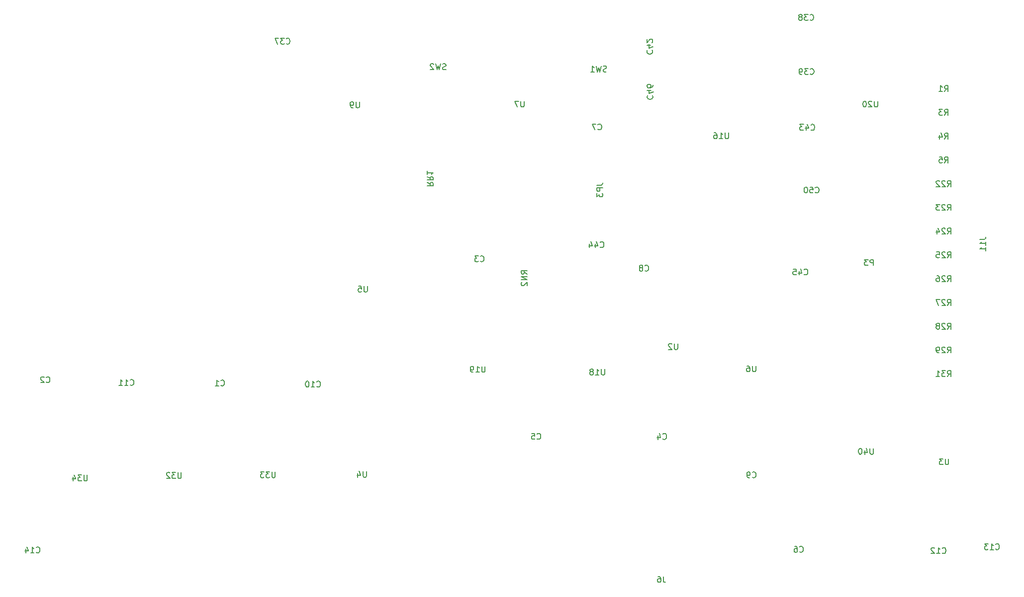
<source format=gbr>
%TF.GenerationSoftware,KiCad,Pcbnew,9.0.2*%
%TF.CreationDate,2026-01-18T17:28:16-06:00*%
%TF.ProjectId,video,76696465-6f2e-46b6-9963-61645f706362,V0.9*%
%TF.SameCoordinates,Original*%
%TF.FileFunction,Legend,Bot*%
%TF.FilePolarity,Positive*%
%FSLAX46Y46*%
G04 Gerber Fmt 4.6, Leading zero omitted, Abs format (unit mm)*
G04 Created by KiCad (PCBNEW 9.0.2) date 2026-01-18 17:28:16*
%MOMM*%
%LPD*%
G01*
G04 APERTURE LIST*
%ADD10C,0.150000*%
G04 APERTURE END LIST*
D10*
X166191904Y-98174819D02*
X166191904Y-98984342D01*
X166191904Y-98984342D02*
X166144285Y-99079580D01*
X166144285Y-99079580D02*
X166096666Y-99127200D01*
X166096666Y-99127200D02*
X166001428Y-99174819D01*
X166001428Y-99174819D02*
X165810952Y-99174819D01*
X165810952Y-99174819D02*
X165715714Y-99127200D01*
X165715714Y-99127200D02*
X165668095Y-99079580D01*
X165668095Y-99079580D02*
X165620476Y-98984342D01*
X165620476Y-98984342D02*
X165620476Y-98174819D01*
X164715714Y-98174819D02*
X164906190Y-98174819D01*
X164906190Y-98174819D02*
X165001428Y-98222438D01*
X165001428Y-98222438D02*
X165049047Y-98270057D01*
X165049047Y-98270057D02*
X165144285Y-98412914D01*
X165144285Y-98412914D02*
X165191904Y-98603390D01*
X165191904Y-98603390D02*
X165191904Y-98984342D01*
X165191904Y-98984342D02*
X165144285Y-99079580D01*
X165144285Y-99079580D02*
X165096666Y-99127200D01*
X165096666Y-99127200D02*
X165001428Y-99174819D01*
X165001428Y-99174819D02*
X164810952Y-99174819D01*
X164810952Y-99174819D02*
X164715714Y-99127200D01*
X164715714Y-99127200D02*
X164668095Y-99079580D01*
X164668095Y-99079580D02*
X164620476Y-98984342D01*
X164620476Y-98984342D02*
X164620476Y-98746247D01*
X164620476Y-98746247D02*
X164668095Y-98651009D01*
X164668095Y-98651009D02*
X164715714Y-98603390D01*
X164715714Y-98603390D02*
X164810952Y-98555771D01*
X164810952Y-98555771D02*
X165001428Y-98555771D01*
X165001428Y-98555771D02*
X165096666Y-98603390D01*
X165096666Y-98603390D02*
X165144285Y-98651009D01*
X165144285Y-98651009D02*
X165191904Y-98746247D01*
X152891904Y-94374819D02*
X152891904Y-95184342D01*
X152891904Y-95184342D02*
X152844285Y-95279580D01*
X152844285Y-95279580D02*
X152796666Y-95327200D01*
X152796666Y-95327200D02*
X152701428Y-95374819D01*
X152701428Y-95374819D02*
X152510952Y-95374819D01*
X152510952Y-95374819D02*
X152415714Y-95327200D01*
X152415714Y-95327200D02*
X152368095Y-95279580D01*
X152368095Y-95279580D02*
X152320476Y-95184342D01*
X152320476Y-95184342D02*
X152320476Y-94374819D01*
X151891904Y-94470057D02*
X151844285Y-94422438D01*
X151844285Y-94422438D02*
X151749047Y-94374819D01*
X151749047Y-94374819D02*
X151510952Y-94374819D01*
X151510952Y-94374819D02*
X151415714Y-94422438D01*
X151415714Y-94422438D02*
X151368095Y-94470057D01*
X151368095Y-94470057D02*
X151320476Y-94565295D01*
X151320476Y-94565295D02*
X151320476Y-94660533D01*
X151320476Y-94660533D02*
X151368095Y-94803390D01*
X151368095Y-94803390D02*
X151939523Y-95374819D01*
X151939523Y-95374819D02*
X151320476Y-95374819D01*
X186218094Y-112234819D02*
X186218094Y-113044342D01*
X186218094Y-113044342D02*
X186170475Y-113139580D01*
X186170475Y-113139580D02*
X186122856Y-113187200D01*
X186122856Y-113187200D02*
X186027618Y-113234819D01*
X186027618Y-113234819D02*
X185837142Y-113234819D01*
X185837142Y-113234819D02*
X185741904Y-113187200D01*
X185741904Y-113187200D02*
X185694285Y-113139580D01*
X185694285Y-113139580D02*
X185646666Y-113044342D01*
X185646666Y-113044342D02*
X185646666Y-112234819D01*
X184741904Y-112568152D02*
X184741904Y-113234819D01*
X184979999Y-112187200D02*
X185218094Y-112901485D01*
X185218094Y-112901485D02*
X184599047Y-112901485D01*
X184027618Y-112234819D02*
X183932380Y-112234819D01*
X183932380Y-112234819D02*
X183837142Y-112282438D01*
X183837142Y-112282438D02*
X183789523Y-112330057D01*
X183789523Y-112330057D02*
X183741904Y-112425295D01*
X183741904Y-112425295D02*
X183694285Y-112615771D01*
X183694285Y-112615771D02*
X183694285Y-112853866D01*
X183694285Y-112853866D02*
X183741904Y-113044342D01*
X183741904Y-113044342D02*
X183789523Y-113139580D01*
X183789523Y-113139580D02*
X183837142Y-113187200D01*
X183837142Y-113187200D02*
X183932380Y-113234819D01*
X183932380Y-113234819D02*
X184027618Y-113234819D01*
X184027618Y-113234819D02*
X184122856Y-113187200D01*
X184122856Y-113187200D02*
X184170475Y-113139580D01*
X184170475Y-113139580D02*
X184218094Y-113044342D01*
X184218094Y-113044342D02*
X184265713Y-112853866D01*
X184265713Y-112853866D02*
X184265713Y-112615771D01*
X184265713Y-112615771D02*
X184218094Y-112425295D01*
X184218094Y-112425295D02*
X184170475Y-112330057D01*
X184170475Y-112330057D02*
X184122856Y-112282438D01*
X184122856Y-112282438D02*
X184027618Y-112234819D01*
X100061904Y-84564819D02*
X100061904Y-85374342D01*
X100061904Y-85374342D02*
X100014285Y-85469580D01*
X100014285Y-85469580D02*
X99966666Y-85517200D01*
X99966666Y-85517200D02*
X99871428Y-85564819D01*
X99871428Y-85564819D02*
X99680952Y-85564819D01*
X99680952Y-85564819D02*
X99585714Y-85517200D01*
X99585714Y-85517200D02*
X99538095Y-85469580D01*
X99538095Y-85469580D02*
X99490476Y-85374342D01*
X99490476Y-85374342D02*
X99490476Y-84564819D01*
X98538095Y-84564819D02*
X99014285Y-84564819D01*
X99014285Y-84564819D02*
X99061904Y-85041009D01*
X99061904Y-85041009D02*
X99014285Y-84993390D01*
X99014285Y-84993390D02*
X98919047Y-84945771D01*
X98919047Y-84945771D02*
X98680952Y-84945771D01*
X98680952Y-84945771D02*
X98585714Y-84993390D01*
X98585714Y-84993390D02*
X98538095Y-85041009D01*
X98538095Y-85041009D02*
X98490476Y-85136247D01*
X98490476Y-85136247D02*
X98490476Y-85374342D01*
X98490476Y-85374342D02*
X98538095Y-85469580D01*
X98538095Y-85469580D02*
X98585714Y-85517200D01*
X98585714Y-85517200D02*
X98680952Y-85564819D01*
X98680952Y-85564819D02*
X98919047Y-85564819D01*
X98919047Y-85564819D02*
X99014285Y-85517200D01*
X99014285Y-85517200D02*
X99061904Y-85469580D01*
X99901904Y-116144819D02*
X99901904Y-116954342D01*
X99901904Y-116954342D02*
X99854285Y-117049580D01*
X99854285Y-117049580D02*
X99806666Y-117097200D01*
X99806666Y-117097200D02*
X99711428Y-117144819D01*
X99711428Y-117144819D02*
X99520952Y-117144819D01*
X99520952Y-117144819D02*
X99425714Y-117097200D01*
X99425714Y-117097200D02*
X99378095Y-117049580D01*
X99378095Y-117049580D02*
X99330476Y-116954342D01*
X99330476Y-116954342D02*
X99330476Y-116144819D01*
X98425714Y-116478152D02*
X98425714Y-117144819D01*
X98663809Y-116097200D02*
X98901904Y-116811485D01*
X98901904Y-116811485D02*
X98282857Y-116811485D01*
X98701904Y-53164819D02*
X98701904Y-53974342D01*
X98701904Y-53974342D02*
X98654285Y-54069580D01*
X98654285Y-54069580D02*
X98606666Y-54117200D01*
X98606666Y-54117200D02*
X98511428Y-54164819D01*
X98511428Y-54164819D02*
X98320952Y-54164819D01*
X98320952Y-54164819D02*
X98225714Y-54117200D01*
X98225714Y-54117200D02*
X98178095Y-54069580D01*
X98178095Y-54069580D02*
X98130476Y-53974342D01*
X98130476Y-53974342D02*
X98130476Y-53164819D01*
X97606666Y-54164819D02*
X97416190Y-54164819D01*
X97416190Y-54164819D02*
X97320952Y-54117200D01*
X97320952Y-54117200D02*
X97273333Y-54069580D01*
X97273333Y-54069580D02*
X97178095Y-53926723D01*
X97178095Y-53926723D02*
X97130476Y-53736247D01*
X97130476Y-53736247D02*
X97130476Y-53355295D01*
X97130476Y-53355295D02*
X97178095Y-53260057D01*
X97178095Y-53260057D02*
X97225714Y-53212438D01*
X97225714Y-53212438D02*
X97320952Y-53164819D01*
X97320952Y-53164819D02*
X97511428Y-53164819D01*
X97511428Y-53164819D02*
X97606666Y-53212438D01*
X97606666Y-53212438D02*
X97654285Y-53260057D01*
X97654285Y-53260057D02*
X97701904Y-53355295D01*
X97701904Y-53355295D02*
X97701904Y-53593390D01*
X97701904Y-53593390D02*
X97654285Y-53688628D01*
X97654285Y-53688628D02*
X97606666Y-53736247D01*
X97606666Y-53736247D02*
X97511428Y-53783866D01*
X97511428Y-53783866D02*
X97320952Y-53783866D01*
X97320952Y-53783866D02*
X97225714Y-53736247D01*
X97225714Y-53736247D02*
X97178095Y-53688628D01*
X97178095Y-53688628D02*
X97130476Y-53593390D01*
X161538094Y-58434819D02*
X161538094Y-59244342D01*
X161538094Y-59244342D02*
X161490475Y-59339580D01*
X161490475Y-59339580D02*
X161442856Y-59387200D01*
X161442856Y-59387200D02*
X161347618Y-59434819D01*
X161347618Y-59434819D02*
X161157142Y-59434819D01*
X161157142Y-59434819D02*
X161061904Y-59387200D01*
X161061904Y-59387200D02*
X161014285Y-59339580D01*
X161014285Y-59339580D02*
X160966666Y-59244342D01*
X160966666Y-59244342D02*
X160966666Y-58434819D01*
X159966666Y-59434819D02*
X160538094Y-59434819D01*
X160252380Y-59434819D02*
X160252380Y-58434819D01*
X160252380Y-58434819D02*
X160347618Y-58577676D01*
X160347618Y-58577676D02*
X160442856Y-58672914D01*
X160442856Y-58672914D02*
X160538094Y-58720533D01*
X159109523Y-58434819D02*
X159299999Y-58434819D01*
X159299999Y-58434819D02*
X159395237Y-58482438D01*
X159395237Y-58482438D02*
X159442856Y-58530057D01*
X159442856Y-58530057D02*
X159538094Y-58672914D01*
X159538094Y-58672914D02*
X159585713Y-58863390D01*
X159585713Y-58863390D02*
X159585713Y-59244342D01*
X159585713Y-59244342D02*
X159538094Y-59339580D01*
X159538094Y-59339580D02*
X159490475Y-59387200D01*
X159490475Y-59387200D02*
X159395237Y-59434819D01*
X159395237Y-59434819D02*
X159204761Y-59434819D01*
X159204761Y-59434819D02*
X159109523Y-59387200D01*
X159109523Y-59387200D02*
X159061904Y-59339580D01*
X159061904Y-59339580D02*
X159014285Y-59244342D01*
X159014285Y-59244342D02*
X159014285Y-59006247D01*
X159014285Y-59006247D02*
X159061904Y-58911009D01*
X159061904Y-58911009D02*
X159109523Y-58863390D01*
X159109523Y-58863390D02*
X159204761Y-58815771D01*
X159204761Y-58815771D02*
X159395237Y-58815771D01*
X159395237Y-58815771D02*
X159490475Y-58863390D01*
X159490475Y-58863390D02*
X159538094Y-58911009D01*
X159538094Y-58911009D02*
X159585713Y-59006247D01*
X175462082Y-48398580D02*
X175509701Y-48446200D01*
X175509701Y-48446200D02*
X175652558Y-48493819D01*
X175652558Y-48493819D02*
X175747796Y-48493819D01*
X175747796Y-48493819D02*
X175890653Y-48446200D01*
X175890653Y-48446200D02*
X175985891Y-48350961D01*
X175985891Y-48350961D02*
X176033510Y-48255723D01*
X176033510Y-48255723D02*
X176081129Y-48065247D01*
X176081129Y-48065247D02*
X176081129Y-47922390D01*
X176081129Y-47922390D02*
X176033510Y-47731914D01*
X176033510Y-47731914D02*
X175985891Y-47636676D01*
X175985891Y-47636676D02*
X175890653Y-47541438D01*
X175890653Y-47541438D02*
X175747796Y-47493819D01*
X175747796Y-47493819D02*
X175652558Y-47493819D01*
X175652558Y-47493819D02*
X175509701Y-47541438D01*
X175509701Y-47541438D02*
X175462082Y-47589057D01*
X175128748Y-47493819D02*
X174509701Y-47493819D01*
X174509701Y-47493819D02*
X174843034Y-47874771D01*
X174843034Y-47874771D02*
X174700177Y-47874771D01*
X174700177Y-47874771D02*
X174604939Y-47922390D01*
X174604939Y-47922390D02*
X174557320Y-47970009D01*
X174557320Y-47970009D02*
X174509701Y-48065247D01*
X174509701Y-48065247D02*
X174509701Y-48303342D01*
X174509701Y-48303342D02*
X174557320Y-48398580D01*
X174557320Y-48398580D02*
X174604939Y-48446200D01*
X174604939Y-48446200D02*
X174700177Y-48493819D01*
X174700177Y-48493819D02*
X174985891Y-48493819D01*
X174985891Y-48493819D02*
X175081129Y-48446200D01*
X175081129Y-48446200D02*
X175128748Y-48398580D01*
X174033510Y-48493819D02*
X173843034Y-48493819D01*
X173843034Y-48493819D02*
X173747796Y-48446200D01*
X173747796Y-48446200D02*
X173700177Y-48398580D01*
X173700177Y-48398580D02*
X173604939Y-48255723D01*
X173604939Y-48255723D02*
X173557320Y-48065247D01*
X173557320Y-48065247D02*
X173557320Y-47684295D01*
X173557320Y-47684295D02*
X173604939Y-47589057D01*
X173604939Y-47589057D02*
X173652558Y-47541438D01*
X173652558Y-47541438D02*
X173747796Y-47493819D01*
X173747796Y-47493819D02*
X173938272Y-47493819D01*
X173938272Y-47493819D02*
X174033510Y-47541438D01*
X174033510Y-47541438D02*
X174081129Y-47589057D01*
X174081129Y-47589057D02*
X174128748Y-47684295D01*
X174128748Y-47684295D02*
X174128748Y-47922390D01*
X174128748Y-47922390D02*
X174081129Y-48017628D01*
X174081129Y-48017628D02*
X174033510Y-48065247D01*
X174033510Y-48065247D02*
X173938272Y-48112866D01*
X173938272Y-48112866D02*
X173747796Y-48112866D01*
X173747796Y-48112866D02*
X173652558Y-48065247D01*
X173652558Y-48065247D02*
X173604939Y-48017628D01*
X173604939Y-48017628D02*
X173557320Y-47922390D01*
X126741904Y-53034819D02*
X126741904Y-53844342D01*
X126741904Y-53844342D02*
X126694285Y-53939580D01*
X126694285Y-53939580D02*
X126646666Y-53987200D01*
X126646666Y-53987200D02*
X126551428Y-54034819D01*
X126551428Y-54034819D02*
X126360952Y-54034819D01*
X126360952Y-54034819D02*
X126265714Y-53987200D01*
X126265714Y-53987200D02*
X126218095Y-53939580D01*
X126218095Y-53939580D02*
X126170476Y-53844342D01*
X126170476Y-53844342D02*
X126170476Y-53034819D01*
X125789523Y-53034819D02*
X125122857Y-53034819D01*
X125122857Y-53034819D02*
X125551428Y-54034819D01*
X43702082Y-129958580D02*
X43749701Y-130006200D01*
X43749701Y-130006200D02*
X43892558Y-130053819D01*
X43892558Y-130053819D02*
X43987796Y-130053819D01*
X43987796Y-130053819D02*
X44130653Y-130006200D01*
X44130653Y-130006200D02*
X44225891Y-129910961D01*
X44225891Y-129910961D02*
X44273510Y-129815723D01*
X44273510Y-129815723D02*
X44321129Y-129625247D01*
X44321129Y-129625247D02*
X44321129Y-129482390D01*
X44321129Y-129482390D02*
X44273510Y-129291914D01*
X44273510Y-129291914D02*
X44225891Y-129196676D01*
X44225891Y-129196676D02*
X44130653Y-129101438D01*
X44130653Y-129101438D02*
X43987796Y-129053819D01*
X43987796Y-129053819D02*
X43892558Y-129053819D01*
X43892558Y-129053819D02*
X43749701Y-129101438D01*
X43749701Y-129101438D02*
X43702082Y-129149057D01*
X42749701Y-130053819D02*
X43321129Y-130053819D01*
X43035415Y-130053819D02*
X43035415Y-129053819D01*
X43035415Y-129053819D02*
X43130653Y-129196676D01*
X43130653Y-129196676D02*
X43225891Y-129291914D01*
X43225891Y-129291914D02*
X43321129Y-129339533D01*
X41892558Y-129387152D02*
X41892558Y-130053819D01*
X42130653Y-129006200D02*
X42368748Y-129720485D01*
X42368748Y-129720485D02*
X41749701Y-129720485D01*
X150370666Y-110605580D02*
X150418285Y-110653200D01*
X150418285Y-110653200D02*
X150561142Y-110700819D01*
X150561142Y-110700819D02*
X150656380Y-110700819D01*
X150656380Y-110700819D02*
X150799237Y-110653200D01*
X150799237Y-110653200D02*
X150894475Y-110557961D01*
X150894475Y-110557961D02*
X150942094Y-110462723D01*
X150942094Y-110462723D02*
X150989713Y-110272247D01*
X150989713Y-110272247D02*
X150989713Y-110129390D01*
X150989713Y-110129390D02*
X150942094Y-109938914D01*
X150942094Y-109938914D02*
X150894475Y-109843676D01*
X150894475Y-109843676D02*
X150799237Y-109748438D01*
X150799237Y-109748438D02*
X150656380Y-109700819D01*
X150656380Y-109700819D02*
X150561142Y-109700819D01*
X150561142Y-109700819D02*
X150418285Y-109748438D01*
X150418285Y-109748438D02*
X150370666Y-109796057D01*
X149513523Y-110034152D02*
X149513523Y-110700819D01*
X149751618Y-109653200D02*
X149989713Y-110367485D01*
X149989713Y-110367485D02*
X149370666Y-110367485D01*
X198802857Y-67600819D02*
X199136190Y-67124628D01*
X199374285Y-67600819D02*
X199374285Y-66600819D01*
X199374285Y-66600819D02*
X198993333Y-66600819D01*
X198993333Y-66600819D02*
X198898095Y-66648438D01*
X198898095Y-66648438D02*
X198850476Y-66696057D01*
X198850476Y-66696057D02*
X198802857Y-66791295D01*
X198802857Y-66791295D02*
X198802857Y-66934152D01*
X198802857Y-66934152D02*
X198850476Y-67029390D01*
X198850476Y-67029390D02*
X198898095Y-67077009D01*
X198898095Y-67077009D02*
X198993333Y-67124628D01*
X198993333Y-67124628D02*
X199374285Y-67124628D01*
X198421904Y-66696057D02*
X198374285Y-66648438D01*
X198374285Y-66648438D02*
X198279047Y-66600819D01*
X198279047Y-66600819D02*
X198040952Y-66600819D01*
X198040952Y-66600819D02*
X197945714Y-66648438D01*
X197945714Y-66648438D02*
X197898095Y-66696057D01*
X197898095Y-66696057D02*
X197850476Y-66791295D01*
X197850476Y-66791295D02*
X197850476Y-66886533D01*
X197850476Y-66886533D02*
X197898095Y-67029390D01*
X197898095Y-67029390D02*
X198469523Y-67600819D01*
X198469523Y-67600819D02*
X197850476Y-67600819D01*
X197469523Y-66696057D02*
X197421904Y-66648438D01*
X197421904Y-66648438D02*
X197326666Y-66600819D01*
X197326666Y-66600819D02*
X197088571Y-66600819D01*
X197088571Y-66600819D02*
X196993333Y-66648438D01*
X196993333Y-66648438D02*
X196945714Y-66696057D01*
X196945714Y-66696057D02*
X196898095Y-66791295D01*
X196898095Y-66791295D02*
X196898095Y-66886533D01*
X196898095Y-66886533D02*
X196945714Y-67029390D01*
X196945714Y-67029390D02*
X197517142Y-67600819D01*
X197517142Y-67600819D02*
X196898095Y-67600819D01*
X68371394Y-116344819D02*
X68371394Y-117154342D01*
X68371394Y-117154342D02*
X68323775Y-117249580D01*
X68323775Y-117249580D02*
X68276156Y-117297200D01*
X68276156Y-117297200D02*
X68180918Y-117344819D01*
X68180918Y-117344819D02*
X67990442Y-117344819D01*
X67990442Y-117344819D02*
X67895204Y-117297200D01*
X67895204Y-117297200D02*
X67847585Y-117249580D01*
X67847585Y-117249580D02*
X67799966Y-117154342D01*
X67799966Y-117154342D02*
X67799966Y-116344819D01*
X67419013Y-116344819D02*
X66799966Y-116344819D01*
X66799966Y-116344819D02*
X67133299Y-116725771D01*
X67133299Y-116725771D02*
X66990442Y-116725771D01*
X66990442Y-116725771D02*
X66895204Y-116773390D01*
X66895204Y-116773390D02*
X66847585Y-116821009D01*
X66847585Y-116821009D02*
X66799966Y-116916247D01*
X66799966Y-116916247D02*
X66799966Y-117154342D01*
X66799966Y-117154342D02*
X66847585Y-117249580D01*
X66847585Y-117249580D02*
X66895204Y-117297200D01*
X66895204Y-117297200D02*
X66990442Y-117344819D01*
X66990442Y-117344819D02*
X67276156Y-117344819D01*
X67276156Y-117344819D02*
X67371394Y-117297200D01*
X67371394Y-117297200D02*
X67419013Y-117249580D01*
X66419013Y-116440057D02*
X66371394Y-116392438D01*
X66371394Y-116392438D02*
X66276156Y-116344819D01*
X66276156Y-116344819D02*
X66038061Y-116344819D01*
X66038061Y-116344819D02*
X65942823Y-116392438D01*
X65942823Y-116392438D02*
X65895204Y-116440057D01*
X65895204Y-116440057D02*
X65847585Y-116535295D01*
X65847585Y-116535295D02*
X65847585Y-116630533D01*
X65847585Y-116630533D02*
X65895204Y-116773390D01*
X65895204Y-116773390D02*
X66466632Y-117344819D01*
X66466632Y-117344819D02*
X65847585Y-117344819D01*
X198802857Y-71650819D02*
X199136190Y-71174628D01*
X199374285Y-71650819D02*
X199374285Y-70650819D01*
X199374285Y-70650819D02*
X198993333Y-70650819D01*
X198993333Y-70650819D02*
X198898095Y-70698438D01*
X198898095Y-70698438D02*
X198850476Y-70746057D01*
X198850476Y-70746057D02*
X198802857Y-70841295D01*
X198802857Y-70841295D02*
X198802857Y-70984152D01*
X198802857Y-70984152D02*
X198850476Y-71079390D01*
X198850476Y-71079390D02*
X198898095Y-71127009D01*
X198898095Y-71127009D02*
X198993333Y-71174628D01*
X198993333Y-71174628D02*
X199374285Y-71174628D01*
X198421904Y-70746057D02*
X198374285Y-70698438D01*
X198374285Y-70698438D02*
X198279047Y-70650819D01*
X198279047Y-70650819D02*
X198040952Y-70650819D01*
X198040952Y-70650819D02*
X197945714Y-70698438D01*
X197945714Y-70698438D02*
X197898095Y-70746057D01*
X197898095Y-70746057D02*
X197850476Y-70841295D01*
X197850476Y-70841295D02*
X197850476Y-70936533D01*
X197850476Y-70936533D02*
X197898095Y-71079390D01*
X197898095Y-71079390D02*
X198469523Y-71650819D01*
X198469523Y-71650819D02*
X197850476Y-71650819D01*
X197517142Y-70650819D02*
X196898095Y-70650819D01*
X196898095Y-70650819D02*
X197231428Y-71031771D01*
X197231428Y-71031771D02*
X197088571Y-71031771D01*
X197088571Y-71031771D02*
X196993333Y-71079390D01*
X196993333Y-71079390D02*
X196945714Y-71127009D01*
X196945714Y-71127009D02*
X196898095Y-71222247D01*
X196898095Y-71222247D02*
X196898095Y-71460342D01*
X196898095Y-71460342D02*
X196945714Y-71555580D01*
X196945714Y-71555580D02*
X196993333Y-71603200D01*
X196993333Y-71603200D02*
X197088571Y-71650819D01*
X197088571Y-71650819D02*
X197374285Y-71650819D01*
X197374285Y-71650819D02*
X197469523Y-71603200D01*
X197469523Y-71603200D02*
X197517142Y-71555580D01*
X110269180Y-66906666D02*
X110745371Y-67239999D01*
X110269180Y-67478094D02*
X111269180Y-67478094D01*
X111269180Y-67478094D02*
X111269180Y-67097142D01*
X111269180Y-67097142D02*
X111221561Y-67001904D01*
X111221561Y-67001904D02*
X111173942Y-66954285D01*
X111173942Y-66954285D02*
X111078704Y-66906666D01*
X111078704Y-66906666D02*
X110935847Y-66906666D01*
X110935847Y-66906666D02*
X110840609Y-66954285D01*
X110840609Y-66954285D02*
X110792990Y-67001904D01*
X110792990Y-67001904D02*
X110745371Y-67097142D01*
X110745371Y-67097142D02*
X110745371Y-67478094D01*
X110269180Y-65906666D02*
X110745371Y-66239999D01*
X110269180Y-66478094D02*
X111269180Y-66478094D01*
X111269180Y-66478094D02*
X111269180Y-66097142D01*
X111269180Y-66097142D02*
X111221561Y-66001904D01*
X111221561Y-66001904D02*
X111173942Y-65954285D01*
X111173942Y-65954285D02*
X111078704Y-65906666D01*
X111078704Y-65906666D02*
X110935847Y-65906666D01*
X110935847Y-65906666D02*
X110840609Y-65954285D01*
X110840609Y-65954285D02*
X110792990Y-66001904D01*
X110792990Y-66001904D02*
X110745371Y-66097142D01*
X110745371Y-66097142D02*
X110745371Y-66478094D01*
X110269180Y-64954285D02*
X110269180Y-65525713D01*
X110269180Y-65239999D02*
X111269180Y-65239999D01*
X111269180Y-65239999D02*
X111126323Y-65335237D01*
X111126323Y-65335237D02*
X111031085Y-65430475D01*
X111031085Y-65430475D02*
X110983466Y-65525713D01*
X174422857Y-82569580D02*
X174470476Y-82617200D01*
X174470476Y-82617200D02*
X174613333Y-82664819D01*
X174613333Y-82664819D02*
X174708571Y-82664819D01*
X174708571Y-82664819D02*
X174851428Y-82617200D01*
X174851428Y-82617200D02*
X174946666Y-82521961D01*
X174946666Y-82521961D02*
X174994285Y-82426723D01*
X174994285Y-82426723D02*
X175041904Y-82236247D01*
X175041904Y-82236247D02*
X175041904Y-82093390D01*
X175041904Y-82093390D02*
X174994285Y-81902914D01*
X174994285Y-81902914D02*
X174946666Y-81807676D01*
X174946666Y-81807676D02*
X174851428Y-81712438D01*
X174851428Y-81712438D02*
X174708571Y-81664819D01*
X174708571Y-81664819D02*
X174613333Y-81664819D01*
X174613333Y-81664819D02*
X174470476Y-81712438D01*
X174470476Y-81712438D02*
X174422857Y-81760057D01*
X173565714Y-81998152D02*
X173565714Y-82664819D01*
X173803809Y-81617200D02*
X174041904Y-82331485D01*
X174041904Y-82331485D02*
X173422857Y-82331485D01*
X172565714Y-81664819D02*
X173041904Y-81664819D01*
X173041904Y-81664819D02*
X173089523Y-82141009D01*
X173089523Y-82141009D02*
X173041904Y-82093390D01*
X173041904Y-82093390D02*
X172946666Y-82045771D01*
X172946666Y-82045771D02*
X172708571Y-82045771D01*
X172708571Y-82045771D02*
X172613333Y-82093390D01*
X172613333Y-82093390D02*
X172565714Y-82141009D01*
X172565714Y-82141009D02*
X172518095Y-82236247D01*
X172518095Y-82236247D02*
X172518095Y-82474342D01*
X172518095Y-82474342D02*
X172565714Y-82569580D01*
X172565714Y-82569580D02*
X172613333Y-82617200D01*
X172613333Y-82617200D02*
X172708571Y-82664819D01*
X172708571Y-82664819D02*
X172946666Y-82664819D01*
X172946666Y-82664819D02*
X173041904Y-82617200D01*
X173041904Y-82617200D02*
X173089523Y-82569580D01*
X199011904Y-113994819D02*
X199011904Y-114804342D01*
X199011904Y-114804342D02*
X198964285Y-114899580D01*
X198964285Y-114899580D02*
X198916666Y-114947200D01*
X198916666Y-114947200D02*
X198821428Y-114994819D01*
X198821428Y-114994819D02*
X198630952Y-114994819D01*
X198630952Y-114994819D02*
X198535714Y-114947200D01*
X198535714Y-114947200D02*
X198488095Y-114899580D01*
X198488095Y-114899580D02*
X198440476Y-114804342D01*
X198440476Y-114804342D02*
X198440476Y-113994819D01*
X198059523Y-113994819D02*
X197440476Y-113994819D01*
X197440476Y-113994819D02*
X197773809Y-114375771D01*
X197773809Y-114375771D02*
X197630952Y-114375771D01*
X197630952Y-114375771D02*
X197535714Y-114423390D01*
X197535714Y-114423390D02*
X197488095Y-114471009D01*
X197488095Y-114471009D02*
X197440476Y-114566247D01*
X197440476Y-114566247D02*
X197440476Y-114804342D01*
X197440476Y-114804342D02*
X197488095Y-114899580D01*
X197488095Y-114899580D02*
X197535714Y-114947200D01*
X197535714Y-114947200D02*
X197630952Y-114994819D01*
X197630952Y-114994819D02*
X197916666Y-114994819D01*
X197916666Y-114994819D02*
X198011904Y-114947200D01*
X198011904Y-114947200D02*
X198059523Y-114899580D01*
X119292666Y-80313580D02*
X119340285Y-80361200D01*
X119340285Y-80361200D02*
X119483142Y-80408819D01*
X119483142Y-80408819D02*
X119578380Y-80408819D01*
X119578380Y-80408819D02*
X119721237Y-80361200D01*
X119721237Y-80361200D02*
X119816475Y-80265961D01*
X119816475Y-80265961D02*
X119864094Y-80170723D01*
X119864094Y-80170723D02*
X119911713Y-79980247D01*
X119911713Y-79980247D02*
X119911713Y-79837390D01*
X119911713Y-79837390D02*
X119864094Y-79646914D01*
X119864094Y-79646914D02*
X119816475Y-79551676D01*
X119816475Y-79551676D02*
X119721237Y-79456438D01*
X119721237Y-79456438D02*
X119578380Y-79408819D01*
X119578380Y-79408819D02*
X119483142Y-79408819D01*
X119483142Y-79408819D02*
X119340285Y-79456438D01*
X119340285Y-79456438D02*
X119292666Y-79504057D01*
X118959332Y-79408819D02*
X118340285Y-79408819D01*
X118340285Y-79408819D02*
X118673618Y-79789771D01*
X118673618Y-79789771D02*
X118530761Y-79789771D01*
X118530761Y-79789771D02*
X118435523Y-79837390D01*
X118435523Y-79837390D02*
X118387904Y-79885009D01*
X118387904Y-79885009D02*
X118340285Y-79980247D01*
X118340285Y-79980247D02*
X118340285Y-80218342D01*
X118340285Y-80218342D02*
X118387904Y-80313580D01*
X118387904Y-80313580D02*
X118435523Y-80361200D01*
X118435523Y-80361200D02*
X118530761Y-80408819D01*
X118530761Y-80408819D02*
X118816475Y-80408819D01*
X118816475Y-80408819D02*
X118911713Y-80361200D01*
X118911713Y-80361200D02*
X118959332Y-80313580D01*
X204340819Y-76589476D02*
X205055104Y-76589476D01*
X205055104Y-76589476D02*
X205197961Y-76541857D01*
X205197961Y-76541857D02*
X205293200Y-76446619D01*
X205293200Y-76446619D02*
X205340819Y-76303762D01*
X205340819Y-76303762D02*
X205340819Y-76208524D01*
X205340819Y-77589476D02*
X205340819Y-77018048D01*
X205340819Y-77303762D02*
X204340819Y-77303762D01*
X204340819Y-77303762D02*
X204483676Y-77208524D01*
X204483676Y-77208524D02*
X204578914Y-77113286D01*
X204578914Y-77113286D02*
X204626533Y-77018048D01*
X205340819Y-78541857D02*
X205340819Y-77970429D01*
X205340819Y-78256143D02*
X204340819Y-78256143D01*
X204340819Y-78256143D02*
X204483676Y-78160905D01*
X204483676Y-78160905D02*
X204578914Y-78065667D01*
X204578914Y-78065667D02*
X204626533Y-77970429D01*
X86262857Y-43219580D02*
X86310476Y-43267200D01*
X86310476Y-43267200D02*
X86453333Y-43314819D01*
X86453333Y-43314819D02*
X86548571Y-43314819D01*
X86548571Y-43314819D02*
X86691428Y-43267200D01*
X86691428Y-43267200D02*
X86786666Y-43171961D01*
X86786666Y-43171961D02*
X86834285Y-43076723D01*
X86834285Y-43076723D02*
X86881904Y-42886247D01*
X86881904Y-42886247D02*
X86881904Y-42743390D01*
X86881904Y-42743390D02*
X86834285Y-42552914D01*
X86834285Y-42552914D02*
X86786666Y-42457676D01*
X86786666Y-42457676D02*
X86691428Y-42362438D01*
X86691428Y-42362438D02*
X86548571Y-42314819D01*
X86548571Y-42314819D02*
X86453333Y-42314819D01*
X86453333Y-42314819D02*
X86310476Y-42362438D01*
X86310476Y-42362438D02*
X86262857Y-42410057D01*
X85929523Y-42314819D02*
X85310476Y-42314819D01*
X85310476Y-42314819D02*
X85643809Y-42695771D01*
X85643809Y-42695771D02*
X85500952Y-42695771D01*
X85500952Y-42695771D02*
X85405714Y-42743390D01*
X85405714Y-42743390D02*
X85358095Y-42791009D01*
X85358095Y-42791009D02*
X85310476Y-42886247D01*
X85310476Y-42886247D02*
X85310476Y-43124342D01*
X85310476Y-43124342D02*
X85358095Y-43219580D01*
X85358095Y-43219580D02*
X85405714Y-43267200D01*
X85405714Y-43267200D02*
X85500952Y-43314819D01*
X85500952Y-43314819D02*
X85786666Y-43314819D01*
X85786666Y-43314819D02*
X85881904Y-43267200D01*
X85881904Y-43267200D02*
X85929523Y-43219580D01*
X84977142Y-42314819D02*
X84310476Y-42314819D01*
X84310476Y-42314819D02*
X84739047Y-43314819D01*
X139326666Y-57839580D02*
X139374285Y-57887200D01*
X139374285Y-57887200D02*
X139517142Y-57934819D01*
X139517142Y-57934819D02*
X139612380Y-57934819D01*
X139612380Y-57934819D02*
X139755237Y-57887200D01*
X139755237Y-57887200D02*
X139850475Y-57791961D01*
X139850475Y-57791961D02*
X139898094Y-57696723D01*
X139898094Y-57696723D02*
X139945713Y-57506247D01*
X139945713Y-57506247D02*
X139945713Y-57363390D01*
X139945713Y-57363390D02*
X139898094Y-57172914D01*
X139898094Y-57172914D02*
X139850475Y-57077676D01*
X139850475Y-57077676D02*
X139755237Y-56982438D01*
X139755237Y-56982438D02*
X139612380Y-56934819D01*
X139612380Y-56934819D02*
X139517142Y-56934819D01*
X139517142Y-56934819D02*
X139374285Y-56982438D01*
X139374285Y-56982438D02*
X139326666Y-57030057D01*
X138993332Y-56934819D02*
X138326666Y-56934819D01*
X138326666Y-56934819D02*
X138755237Y-57934819D01*
X186218094Y-81054819D02*
X186218094Y-80054819D01*
X186218094Y-80054819D02*
X185837142Y-80054819D01*
X185837142Y-80054819D02*
X185741904Y-80102438D01*
X185741904Y-80102438D02*
X185694285Y-80150057D01*
X185694285Y-80150057D02*
X185646666Y-80245295D01*
X185646666Y-80245295D02*
X185646666Y-80388152D01*
X185646666Y-80388152D02*
X185694285Y-80483390D01*
X185694285Y-80483390D02*
X185741904Y-80531009D01*
X185741904Y-80531009D02*
X185837142Y-80578628D01*
X185837142Y-80578628D02*
X186218094Y-80578628D01*
X185313332Y-80054819D02*
X184694285Y-80054819D01*
X184694285Y-80054819D02*
X185027618Y-80435771D01*
X185027618Y-80435771D02*
X184884761Y-80435771D01*
X184884761Y-80435771D02*
X184789523Y-80483390D01*
X184789523Y-80483390D02*
X184741904Y-80531009D01*
X184741904Y-80531009D02*
X184694285Y-80626247D01*
X184694285Y-80626247D02*
X184694285Y-80864342D01*
X184694285Y-80864342D02*
X184741904Y-80959580D01*
X184741904Y-80959580D02*
X184789523Y-81007200D01*
X184789523Y-81007200D02*
X184884761Y-81054819D01*
X184884761Y-81054819D02*
X185170475Y-81054819D01*
X185170475Y-81054819D02*
X185265713Y-81007200D01*
X185265713Y-81007200D02*
X185313332Y-80959580D01*
X175589082Y-57911580D02*
X175636701Y-57959200D01*
X175636701Y-57959200D02*
X175779558Y-58006819D01*
X175779558Y-58006819D02*
X175874796Y-58006819D01*
X175874796Y-58006819D02*
X176017653Y-57959200D01*
X176017653Y-57959200D02*
X176112891Y-57863961D01*
X176112891Y-57863961D02*
X176160510Y-57768723D01*
X176160510Y-57768723D02*
X176208129Y-57578247D01*
X176208129Y-57578247D02*
X176208129Y-57435390D01*
X176208129Y-57435390D02*
X176160510Y-57244914D01*
X176160510Y-57244914D02*
X176112891Y-57149676D01*
X176112891Y-57149676D02*
X176017653Y-57054438D01*
X176017653Y-57054438D02*
X175874796Y-57006819D01*
X175874796Y-57006819D02*
X175779558Y-57006819D01*
X175779558Y-57006819D02*
X175636701Y-57054438D01*
X175636701Y-57054438D02*
X175589082Y-57102057D01*
X174731939Y-57340152D02*
X174731939Y-58006819D01*
X174970034Y-56959200D02*
X175208129Y-57673485D01*
X175208129Y-57673485D02*
X174589082Y-57673485D01*
X174303367Y-57006819D02*
X173684320Y-57006819D01*
X173684320Y-57006819D02*
X174017653Y-57387771D01*
X174017653Y-57387771D02*
X173874796Y-57387771D01*
X173874796Y-57387771D02*
X173779558Y-57435390D01*
X173779558Y-57435390D02*
X173731939Y-57483009D01*
X173731939Y-57483009D02*
X173684320Y-57578247D01*
X173684320Y-57578247D02*
X173684320Y-57816342D01*
X173684320Y-57816342D02*
X173731939Y-57911580D01*
X173731939Y-57911580D02*
X173779558Y-57959200D01*
X173779558Y-57959200D02*
X173874796Y-58006819D01*
X173874796Y-58006819D02*
X174160510Y-58006819D01*
X174160510Y-58006819D02*
X174255748Y-57959200D01*
X174255748Y-57959200D02*
X174303367Y-57911580D01*
X198326666Y-55450819D02*
X198659999Y-54974628D01*
X198898094Y-55450819D02*
X198898094Y-54450819D01*
X198898094Y-54450819D02*
X198517142Y-54450819D01*
X198517142Y-54450819D02*
X198421904Y-54498438D01*
X198421904Y-54498438D02*
X198374285Y-54546057D01*
X198374285Y-54546057D02*
X198326666Y-54641295D01*
X198326666Y-54641295D02*
X198326666Y-54784152D01*
X198326666Y-54784152D02*
X198374285Y-54879390D01*
X198374285Y-54879390D02*
X198421904Y-54927009D01*
X198421904Y-54927009D02*
X198517142Y-54974628D01*
X198517142Y-54974628D02*
X198898094Y-54974628D01*
X197993332Y-54450819D02*
X197374285Y-54450819D01*
X197374285Y-54450819D02*
X197707618Y-54831771D01*
X197707618Y-54831771D02*
X197564761Y-54831771D01*
X197564761Y-54831771D02*
X197469523Y-54879390D01*
X197469523Y-54879390D02*
X197421904Y-54927009D01*
X197421904Y-54927009D02*
X197374285Y-55022247D01*
X197374285Y-55022247D02*
X197374285Y-55260342D01*
X197374285Y-55260342D02*
X197421904Y-55355580D01*
X197421904Y-55355580D02*
X197469523Y-55403200D01*
X197469523Y-55403200D02*
X197564761Y-55450819D01*
X197564761Y-55450819D02*
X197850475Y-55450819D01*
X197850475Y-55450819D02*
X197945713Y-55403200D01*
X197945713Y-55403200D02*
X197993332Y-55355580D01*
X150447333Y-134074819D02*
X150447333Y-134789104D01*
X150447333Y-134789104D02*
X150494952Y-134931961D01*
X150494952Y-134931961D02*
X150590190Y-135027200D01*
X150590190Y-135027200D02*
X150733047Y-135074819D01*
X150733047Y-135074819D02*
X150828285Y-135074819D01*
X149542571Y-134074819D02*
X149733047Y-134074819D01*
X149733047Y-134074819D02*
X149828285Y-134122438D01*
X149828285Y-134122438D02*
X149875904Y-134170057D01*
X149875904Y-134170057D02*
X149971142Y-134312914D01*
X149971142Y-134312914D02*
X150018761Y-134503390D01*
X150018761Y-134503390D02*
X150018761Y-134884342D01*
X150018761Y-134884342D02*
X149971142Y-134979580D01*
X149971142Y-134979580D02*
X149923523Y-135027200D01*
X149923523Y-135027200D02*
X149828285Y-135074819D01*
X149828285Y-135074819D02*
X149637809Y-135074819D01*
X149637809Y-135074819D02*
X149542571Y-135027200D01*
X149542571Y-135027200D02*
X149494952Y-134979580D01*
X149494952Y-134979580D02*
X149447333Y-134884342D01*
X149447333Y-134884342D02*
X149447333Y-134646247D01*
X149447333Y-134646247D02*
X149494952Y-134551009D01*
X149494952Y-134551009D02*
X149542571Y-134503390D01*
X149542571Y-134503390D02*
X149637809Y-134455771D01*
X149637809Y-134455771D02*
X149828285Y-134455771D01*
X149828285Y-134455771D02*
X149923523Y-134503390D01*
X149923523Y-134503390D02*
X149971142Y-134551009D01*
X149971142Y-134551009D02*
X150018761Y-134646247D01*
X147736419Y-44378857D02*
X147688800Y-44426476D01*
X147688800Y-44426476D02*
X147641180Y-44569333D01*
X147641180Y-44569333D02*
X147641180Y-44664571D01*
X147641180Y-44664571D02*
X147688800Y-44807428D01*
X147688800Y-44807428D02*
X147784038Y-44902666D01*
X147784038Y-44902666D02*
X147879276Y-44950285D01*
X147879276Y-44950285D02*
X148069752Y-44997904D01*
X148069752Y-44997904D02*
X148212609Y-44997904D01*
X148212609Y-44997904D02*
X148403085Y-44950285D01*
X148403085Y-44950285D02*
X148498323Y-44902666D01*
X148498323Y-44902666D02*
X148593561Y-44807428D01*
X148593561Y-44807428D02*
X148641180Y-44664571D01*
X148641180Y-44664571D02*
X148641180Y-44569333D01*
X148641180Y-44569333D02*
X148593561Y-44426476D01*
X148593561Y-44426476D02*
X148545942Y-44378857D01*
X148307847Y-43521714D02*
X147641180Y-43521714D01*
X148688800Y-43759809D02*
X147974514Y-43997904D01*
X147974514Y-43997904D02*
X147974514Y-43378857D01*
X148545942Y-43045523D02*
X148593561Y-42997904D01*
X148593561Y-42997904D02*
X148641180Y-42902666D01*
X148641180Y-42902666D02*
X148641180Y-42664571D01*
X148641180Y-42664571D02*
X148593561Y-42569333D01*
X148593561Y-42569333D02*
X148545942Y-42521714D01*
X148545942Y-42521714D02*
X148450704Y-42474095D01*
X148450704Y-42474095D02*
X148355466Y-42474095D01*
X148355466Y-42474095D02*
X148212609Y-42521714D01*
X148212609Y-42521714D02*
X147641180Y-43093142D01*
X147641180Y-43093142D02*
X147641180Y-42474095D01*
X198802857Y-83800819D02*
X199136190Y-83324628D01*
X199374285Y-83800819D02*
X199374285Y-82800819D01*
X199374285Y-82800819D02*
X198993333Y-82800819D01*
X198993333Y-82800819D02*
X198898095Y-82848438D01*
X198898095Y-82848438D02*
X198850476Y-82896057D01*
X198850476Y-82896057D02*
X198802857Y-82991295D01*
X198802857Y-82991295D02*
X198802857Y-83134152D01*
X198802857Y-83134152D02*
X198850476Y-83229390D01*
X198850476Y-83229390D02*
X198898095Y-83277009D01*
X198898095Y-83277009D02*
X198993333Y-83324628D01*
X198993333Y-83324628D02*
X199374285Y-83324628D01*
X198421904Y-82896057D02*
X198374285Y-82848438D01*
X198374285Y-82848438D02*
X198279047Y-82800819D01*
X198279047Y-82800819D02*
X198040952Y-82800819D01*
X198040952Y-82800819D02*
X197945714Y-82848438D01*
X197945714Y-82848438D02*
X197898095Y-82896057D01*
X197898095Y-82896057D02*
X197850476Y-82991295D01*
X197850476Y-82991295D02*
X197850476Y-83086533D01*
X197850476Y-83086533D02*
X197898095Y-83229390D01*
X197898095Y-83229390D02*
X198469523Y-83800819D01*
X198469523Y-83800819D02*
X197850476Y-83800819D01*
X196993333Y-82800819D02*
X197183809Y-82800819D01*
X197183809Y-82800819D02*
X197279047Y-82848438D01*
X197279047Y-82848438D02*
X197326666Y-82896057D01*
X197326666Y-82896057D02*
X197421904Y-83038914D01*
X197421904Y-83038914D02*
X197469523Y-83229390D01*
X197469523Y-83229390D02*
X197469523Y-83610342D01*
X197469523Y-83610342D02*
X197421904Y-83705580D01*
X197421904Y-83705580D02*
X197374285Y-83753200D01*
X197374285Y-83753200D02*
X197279047Y-83800819D01*
X197279047Y-83800819D02*
X197088571Y-83800819D01*
X197088571Y-83800819D02*
X196993333Y-83753200D01*
X196993333Y-83753200D02*
X196945714Y-83705580D01*
X196945714Y-83705580D02*
X196898095Y-83610342D01*
X196898095Y-83610342D02*
X196898095Y-83372247D01*
X196898095Y-83372247D02*
X196945714Y-83277009D01*
X196945714Y-83277009D02*
X196993333Y-83229390D01*
X196993333Y-83229390D02*
X197088571Y-83181771D01*
X197088571Y-83181771D02*
X197279047Y-83181771D01*
X197279047Y-83181771D02*
X197374285Y-83229390D01*
X197374285Y-83229390D02*
X197421904Y-83277009D01*
X197421904Y-83277009D02*
X197469523Y-83372247D01*
X198802857Y-87850819D02*
X199136190Y-87374628D01*
X199374285Y-87850819D02*
X199374285Y-86850819D01*
X199374285Y-86850819D02*
X198993333Y-86850819D01*
X198993333Y-86850819D02*
X198898095Y-86898438D01*
X198898095Y-86898438D02*
X198850476Y-86946057D01*
X198850476Y-86946057D02*
X198802857Y-87041295D01*
X198802857Y-87041295D02*
X198802857Y-87184152D01*
X198802857Y-87184152D02*
X198850476Y-87279390D01*
X198850476Y-87279390D02*
X198898095Y-87327009D01*
X198898095Y-87327009D02*
X198993333Y-87374628D01*
X198993333Y-87374628D02*
X199374285Y-87374628D01*
X198421904Y-86946057D02*
X198374285Y-86898438D01*
X198374285Y-86898438D02*
X198279047Y-86850819D01*
X198279047Y-86850819D02*
X198040952Y-86850819D01*
X198040952Y-86850819D02*
X197945714Y-86898438D01*
X197945714Y-86898438D02*
X197898095Y-86946057D01*
X197898095Y-86946057D02*
X197850476Y-87041295D01*
X197850476Y-87041295D02*
X197850476Y-87136533D01*
X197850476Y-87136533D02*
X197898095Y-87279390D01*
X197898095Y-87279390D02*
X198469523Y-87850819D01*
X198469523Y-87850819D02*
X197850476Y-87850819D01*
X197517142Y-86850819D02*
X196850476Y-86850819D01*
X196850476Y-86850819D02*
X197279047Y-87850819D01*
X198802857Y-79750819D02*
X199136190Y-79274628D01*
X199374285Y-79750819D02*
X199374285Y-78750819D01*
X199374285Y-78750819D02*
X198993333Y-78750819D01*
X198993333Y-78750819D02*
X198898095Y-78798438D01*
X198898095Y-78798438D02*
X198850476Y-78846057D01*
X198850476Y-78846057D02*
X198802857Y-78941295D01*
X198802857Y-78941295D02*
X198802857Y-79084152D01*
X198802857Y-79084152D02*
X198850476Y-79179390D01*
X198850476Y-79179390D02*
X198898095Y-79227009D01*
X198898095Y-79227009D02*
X198993333Y-79274628D01*
X198993333Y-79274628D02*
X199374285Y-79274628D01*
X198421904Y-78846057D02*
X198374285Y-78798438D01*
X198374285Y-78798438D02*
X198279047Y-78750819D01*
X198279047Y-78750819D02*
X198040952Y-78750819D01*
X198040952Y-78750819D02*
X197945714Y-78798438D01*
X197945714Y-78798438D02*
X197898095Y-78846057D01*
X197898095Y-78846057D02*
X197850476Y-78941295D01*
X197850476Y-78941295D02*
X197850476Y-79036533D01*
X197850476Y-79036533D02*
X197898095Y-79179390D01*
X197898095Y-79179390D02*
X198469523Y-79750819D01*
X198469523Y-79750819D02*
X197850476Y-79750819D01*
X196945714Y-78750819D02*
X197421904Y-78750819D01*
X197421904Y-78750819D02*
X197469523Y-79227009D01*
X197469523Y-79227009D02*
X197421904Y-79179390D01*
X197421904Y-79179390D02*
X197326666Y-79131771D01*
X197326666Y-79131771D02*
X197088571Y-79131771D01*
X197088571Y-79131771D02*
X196993333Y-79179390D01*
X196993333Y-79179390D02*
X196945714Y-79227009D01*
X196945714Y-79227009D02*
X196898095Y-79322247D01*
X196898095Y-79322247D02*
X196898095Y-79560342D01*
X196898095Y-79560342D02*
X196945714Y-79655580D01*
X196945714Y-79655580D02*
X196993333Y-79703200D01*
X196993333Y-79703200D02*
X197088571Y-79750819D01*
X197088571Y-79750819D02*
X197326666Y-79750819D01*
X197326666Y-79750819D02*
X197421904Y-79703200D01*
X197421904Y-79703200D02*
X197469523Y-79655580D01*
X52368094Y-116774819D02*
X52368094Y-117584342D01*
X52368094Y-117584342D02*
X52320475Y-117679580D01*
X52320475Y-117679580D02*
X52272856Y-117727200D01*
X52272856Y-117727200D02*
X52177618Y-117774819D01*
X52177618Y-117774819D02*
X51987142Y-117774819D01*
X51987142Y-117774819D02*
X51891904Y-117727200D01*
X51891904Y-117727200D02*
X51844285Y-117679580D01*
X51844285Y-117679580D02*
X51796666Y-117584342D01*
X51796666Y-117584342D02*
X51796666Y-116774819D01*
X51415713Y-116774819D02*
X50796666Y-116774819D01*
X50796666Y-116774819D02*
X51129999Y-117155771D01*
X51129999Y-117155771D02*
X50987142Y-117155771D01*
X50987142Y-117155771D02*
X50891904Y-117203390D01*
X50891904Y-117203390D02*
X50844285Y-117251009D01*
X50844285Y-117251009D02*
X50796666Y-117346247D01*
X50796666Y-117346247D02*
X50796666Y-117584342D01*
X50796666Y-117584342D02*
X50844285Y-117679580D01*
X50844285Y-117679580D02*
X50891904Y-117727200D01*
X50891904Y-117727200D02*
X50987142Y-117774819D01*
X50987142Y-117774819D02*
X51272856Y-117774819D01*
X51272856Y-117774819D02*
X51368094Y-117727200D01*
X51368094Y-117727200D02*
X51415713Y-117679580D01*
X49939523Y-117108152D02*
X49939523Y-117774819D01*
X50177618Y-116727200D02*
X50415713Y-117441485D01*
X50415713Y-117441485D02*
X49796666Y-117441485D01*
X91452857Y-101689580D02*
X91500476Y-101737200D01*
X91500476Y-101737200D02*
X91643333Y-101784819D01*
X91643333Y-101784819D02*
X91738571Y-101784819D01*
X91738571Y-101784819D02*
X91881428Y-101737200D01*
X91881428Y-101737200D02*
X91976666Y-101641961D01*
X91976666Y-101641961D02*
X92024285Y-101546723D01*
X92024285Y-101546723D02*
X92071904Y-101356247D01*
X92071904Y-101356247D02*
X92071904Y-101213390D01*
X92071904Y-101213390D02*
X92024285Y-101022914D01*
X92024285Y-101022914D02*
X91976666Y-100927676D01*
X91976666Y-100927676D02*
X91881428Y-100832438D01*
X91881428Y-100832438D02*
X91738571Y-100784819D01*
X91738571Y-100784819D02*
X91643333Y-100784819D01*
X91643333Y-100784819D02*
X91500476Y-100832438D01*
X91500476Y-100832438D02*
X91452857Y-100880057D01*
X90500476Y-101784819D02*
X91071904Y-101784819D01*
X90786190Y-101784819D02*
X90786190Y-100784819D01*
X90786190Y-100784819D02*
X90881428Y-100927676D01*
X90881428Y-100927676D02*
X90976666Y-101022914D01*
X90976666Y-101022914D02*
X91071904Y-101070533D01*
X89881428Y-100784819D02*
X89786190Y-100784819D01*
X89786190Y-100784819D02*
X89690952Y-100832438D01*
X89690952Y-100832438D02*
X89643333Y-100880057D01*
X89643333Y-100880057D02*
X89595714Y-100975295D01*
X89595714Y-100975295D02*
X89548095Y-101165771D01*
X89548095Y-101165771D02*
X89548095Y-101403866D01*
X89548095Y-101403866D02*
X89595714Y-101594342D01*
X89595714Y-101594342D02*
X89643333Y-101689580D01*
X89643333Y-101689580D02*
X89690952Y-101737200D01*
X89690952Y-101737200D02*
X89786190Y-101784819D01*
X89786190Y-101784819D02*
X89881428Y-101784819D01*
X89881428Y-101784819D02*
X89976666Y-101737200D01*
X89976666Y-101737200D02*
X90024285Y-101689580D01*
X90024285Y-101689580D02*
X90071904Y-101594342D01*
X90071904Y-101594342D02*
X90119523Y-101403866D01*
X90119523Y-101403866D02*
X90119523Y-101165771D01*
X90119523Y-101165771D02*
X90071904Y-100975295D01*
X90071904Y-100975295D02*
X90024285Y-100880057D01*
X90024285Y-100880057D02*
X89976666Y-100832438D01*
X89976666Y-100832438D02*
X89881428Y-100784819D01*
X197932857Y-130069580D02*
X197980476Y-130117200D01*
X197980476Y-130117200D02*
X198123333Y-130164819D01*
X198123333Y-130164819D02*
X198218571Y-130164819D01*
X198218571Y-130164819D02*
X198361428Y-130117200D01*
X198361428Y-130117200D02*
X198456666Y-130021961D01*
X198456666Y-130021961D02*
X198504285Y-129926723D01*
X198504285Y-129926723D02*
X198551904Y-129736247D01*
X198551904Y-129736247D02*
X198551904Y-129593390D01*
X198551904Y-129593390D02*
X198504285Y-129402914D01*
X198504285Y-129402914D02*
X198456666Y-129307676D01*
X198456666Y-129307676D02*
X198361428Y-129212438D01*
X198361428Y-129212438D02*
X198218571Y-129164819D01*
X198218571Y-129164819D02*
X198123333Y-129164819D01*
X198123333Y-129164819D02*
X197980476Y-129212438D01*
X197980476Y-129212438D02*
X197932857Y-129260057D01*
X196980476Y-130164819D02*
X197551904Y-130164819D01*
X197266190Y-130164819D02*
X197266190Y-129164819D01*
X197266190Y-129164819D02*
X197361428Y-129307676D01*
X197361428Y-129307676D02*
X197456666Y-129402914D01*
X197456666Y-129402914D02*
X197551904Y-129450533D01*
X196599523Y-129260057D02*
X196551904Y-129212438D01*
X196551904Y-129212438D02*
X196456666Y-129164819D01*
X196456666Y-129164819D02*
X196218571Y-129164819D01*
X196218571Y-129164819D02*
X196123333Y-129212438D01*
X196123333Y-129212438D02*
X196075714Y-129260057D01*
X196075714Y-129260057D02*
X196028095Y-129355295D01*
X196028095Y-129355295D02*
X196028095Y-129450533D01*
X196028095Y-129450533D02*
X196075714Y-129593390D01*
X196075714Y-129593390D02*
X196647142Y-130164819D01*
X196647142Y-130164819D02*
X196028095Y-130164819D01*
X186938094Y-53044819D02*
X186938094Y-53854342D01*
X186938094Y-53854342D02*
X186890475Y-53949580D01*
X186890475Y-53949580D02*
X186842856Y-53997200D01*
X186842856Y-53997200D02*
X186747618Y-54044819D01*
X186747618Y-54044819D02*
X186557142Y-54044819D01*
X186557142Y-54044819D02*
X186461904Y-53997200D01*
X186461904Y-53997200D02*
X186414285Y-53949580D01*
X186414285Y-53949580D02*
X186366666Y-53854342D01*
X186366666Y-53854342D02*
X186366666Y-53044819D01*
X185938094Y-53140057D02*
X185890475Y-53092438D01*
X185890475Y-53092438D02*
X185795237Y-53044819D01*
X185795237Y-53044819D02*
X185557142Y-53044819D01*
X185557142Y-53044819D02*
X185461904Y-53092438D01*
X185461904Y-53092438D02*
X185414285Y-53140057D01*
X185414285Y-53140057D02*
X185366666Y-53235295D01*
X185366666Y-53235295D02*
X185366666Y-53330533D01*
X185366666Y-53330533D02*
X185414285Y-53473390D01*
X185414285Y-53473390D02*
X185985713Y-54044819D01*
X185985713Y-54044819D02*
X185366666Y-54044819D01*
X184747618Y-53044819D02*
X184652380Y-53044819D01*
X184652380Y-53044819D02*
X184557142Y-53092438D01*
X184557142Y-53092438D02*
X184509523Y-53140057D01*
X184509523Y-53140057D02*
X184461904Y-53235295D01*
X184461904Y-53235295D02*
X184414285Y-53425771D01*
X184414285Y-53425771D02*
X184414285Y-53663866D01*
X184414285Y-53663866D02*
X184461904Y-53854342D01*
X184461904Y-53854342D02*
X184509523Y-53949580D01*
X184509523Y-53949580D02*
X184557142Y-53997200D01*
X184557142Y-53997200D02*
X184652380Y-54044819D01*
X184652380Y-54044819D02*
X184747618Y-54044819D01*
X184747618Y-54044819D02*
X184842856Y-53997200D01*
X184842856Y-53997200D02*
X184890475Y-53949580D01*
X184890475Y-53949580D02*
X184938094Y-53854342D01*
X184938094Y-53854342D02*
X184985713Y-53663866D01*
X184985713Y-53663866D02*
X184985713Y-53425771D01*
X184985713Y-53425771D02*
X184938094Y-53235295D01*
X184938094Y-53235295D02*
X184890475Y-53140057D01*
X184890475Y-53140057D02*
X184842856Y-53092438D01*
X184842856Y-53092438D02*
X184747618Y-53044819D01*
X198802857Y-75700819D02*
X199136190Y-75224628D01*
X199374285Y-75700819D02*
X199374285Y-74700819D01*
X199374285Y-74700819D02*
X198993333Y-74700819D01*
X198993333Y-74700819D02*
X198898095Y-74748438D01*
X198898095Y-74748438D02*
X198850476Y-74796057D01*
X198850476Y-74796057D02*
X198802857Y-74891295D01*
X198802857Y-74891295D02*
X198802857Y-75034152D01*
X198802857Y-75034152D02*
X198850476Y-75129390D01*
X198850476Y-75129390D02*
X198898095Y-75177009D01*
X198898095Y-75177009D02*
X198993333Y-75224628D01*
X198993333Y-75224628D02*
X199374285Y-75224628D01*
X198421904Y-74796057D02*
X198374285Y-74748438D01*
X198374285Y-74748438D02*
X198279047Y-74700819D01*
X198279047Y-74700819D02*
X198040952Y-74700819D01*
X198040952Y-74700819D02*
X197945714Y-74748438D01*
X197945714Y-74748438D02*
X197898095Y-74796057D01*
X197898095Y-74796057D02*
X197850476Y-74891295D01*
X197850476Y-74891295D02*
X197850476Y-74986533D01*
X197850476Y-74986533D02*
X197898095Y-75129390D01*
X197898095Y-75129390D02*
X198469523Y-75700819D01*
X198469523Y-75700819D02*
X197850476Y-75700819D01*
X196993333Y-75034152D02*
X196993333Y-75700819D01*
X197231428Y-74653200D02*
X197469523Y-75367485D01*
X197469523Y-75367485D02*
X196850476Y-75367485D01*
X198326666Y-51400819D02*
X198659999Y-50924628D01*
X198898094Y-51400819D02*
X198898094Y-50400819D01*
X198898094Y-50400819D02*
X198517142Y-50400819D01*
X198517142Y-50400819D02*
X198421904Y-50448438D01*
X198421904Y-50448438D02*
X198374285Y-50496057D01*
X198374285Y-50496057D02*
X198326666Y-50591295D01*
X198326666Y-50591295D02*
X198326666Y-50734152D01*
X198326666Y-50734152D02*
X198374285Y-50829390D01*
X198374285Y-50829390D02*
X198421904Y-50877009D01*
X198421904Y-50877009D02*
X198517142Y-50924628D01*
X198517142Y-50924628D02*
X198898094Y-50924628D01*
X197374285Y-51400819D02*
X197945713Y-51400819D01*
X197659999Y-51400819D02*
X197659999Y-50400819D01*
X197659999Y-50400819D02*
X197755237Y-50543676D01*
X197755237Y-50543676D02*
X197850475Y-50638914D01*
X197850475Y-50638914D02*
X197945713Y-50686533D01*
X198802857Y-100000819D02*
X199136190Y-99524628D01*
X199374285Y-100000819D02*
X199374285Y-99000819D01*
X199374285Y-99000819D02*
X198993333Y-99000819D01*
X198993333Y-99000819D02*
X198898095Y-99048438D01*
X198898095Y-99048438D02*
X198850476Y-99096057D01*
X198850476Y-99096057D02*
X198802857Y-99191295D01*
X198802857Y-99191295D02*
X198802857Y-99334152D01*
X198802857Y-99334152D02*
X198850476Y-99429390D01*
X198850476Y-99429390D02*
X198898095Y-99477009D01*
X198898095Y-99477009D02*
X198993333Y-99524628D01*
X198993333Y-99524628D02*
X199374285Y-99524628D01*
X198469523Y-99000819D02*
X197850476Y-99000819D01*
X197850476Y-99000819D02*
X198183809Y-99381771D01*
X198183809Y-99381771D02*
X198040952Y-99381771D01*
X198040952Y-99381771D02*
X197945714Y-99429390D01*
X197945714Y-99429390D02*
X197898095Y-99477009D01*
X197898095Y-99477009D02*
X197850476Y-99572247D01*
X197850476Y-99572247D02*
X197850476Y-99810342D01*
X197850476Y-99810342D02*
X197898095Y-99905580D01*
X197898095Y-99905580D02*
X197945714Y-99953200D01*
X197945714Y-99953200D02*
X198040952Y-100000819D01*
X198040952Y-100000819D02*
X198326666Y-100000819D01*
X198326666Y-100000819D02*
X198421904Y-99953200D01*
X198421904Y-99953200D02*
X198469523Y-99905580D01*
X196898095Y-100000819D02*
X197469523Y-100000819D01*
X197183809Y-100000819D02*
X197183809Y-99000819D01*
X197183809Y-99000819D02*
X197279047Y-99143676D01*
X197279047Y-99143676D02*
X197374285Y-99238914D01*
X197374285Y-99238914D02*
X197469523Y-99286533D01*
X140478094Y-98724819D02*
X140478094Y-99534342D01*
X140478094Y-99534342D02*
X140430475Y-99629580D01*
X140430475Y-99629580D02*
X140382856Y-99677200D01*
X140382856Y-99677200D02*
X140287618Y-99724819D01*
X140287618Y-99724819D02*
X140097142Y-99724819D01*
X140097142Y-99724819D02*
X140001904Y-99677200D01*
X140001904Y-99677200D02*
X139954285Y-99629580D01*
X139954285Y-99629580D02*
X139906666Y-99534342D01*
X139906666Y-99534342D02*
X139906666Y-98724819D01*
X138906666Y-99724819D02*
X139478094Y-99724819D01*
X139192380Y-99724819D02*
X139192380Y-98724819D01*
X139192380Y-98724819D02*
X139287618Y-98867676D01*
X139287618Y-98867676D02*
X139382856Y-98962914D01*
X139382856Y-98962914D02*
X139478094Y-99010533D01*
X138335237Y-99153390D02*
X138430475Y-99105771D01*
X138430475Y-99105771D02*
X138478094Y-99058152D01*
X138478094Y-99058152D02*
X138525713Y-98962914D01*
X138525713Y-98962914D02*
X138525713Y-98915295D01*
X138525713Y-98915295D02*
X138478094Y-98820057D01*
X138478094Y-98820057D02*
X138430475Y-98772438D01*
X138430475Y-98772438D02*
X138335237Y-98724819D01*
X138335237Y-98724819D02*
X138144761Y-98724819D01*
X138144761Y-98724819D02*
X138049523Y-98772438D01*
X138049523Y-98772438D02*
X138001904Y-98820057D01*
X138001904Y-98820057D02*
X137954285Y-98915295D01*
X137954285Y-98915295D02*
X137954285Y-98962914D01*
X137954285Y-98962914D02*
X138001904Y-99058152D01*
X138001904Y-99058152D02*
X138049523Y-99105771D01*
X138049523Y-99105771D02*
X138144761Y-99153390D01*
X138144761Y-99153390D02*
X138335237Y-99153390D01*
X138335237Y-99153390D02*
X138430475Y-99201009D01*
X138430475Y-99201009D02*
X138478094Y-99248628D01*
X138478094Y-99248628D02*
X138525713Y-99343866D01*
X138525713Y-99343866D02*
X138525713Y-99534342D01*
X138525713Y-99534342D02*
X138478094Y-99629580D01*
X138478094Y-99629580D02*
X138430475Y-99677200D01*
X138430475Y-99677200D02*
X138335237Y-99724819D01*
X138335237Y-99724819D02*
X138144761Y-99724819D01*
X138144761Y-99724819D02*
X138049523Y-99677200D01*
X138049523Y-99677200D02*
X138001904Y-99629580D01*
X138001904Y-99629580D02*
X137954285Y-99534342D01*
X137954285Y-99534342D02*
X137954285Y-99343866D01*
X137954285Y-99343866D02*
X138001904Y-99248628D01*
X138001904Y-99248628D02*
X138049523Y-99201009D01*
X138049523Y-99201009D02*
X138144761Y-99153390D01*
X173646666Y-129829580D02*
X173694285Y-129877200D01*
X173694285Y-129877200D02*
X173837142Y-129924819D01*
X173837142Y-129924819D02*
X173932380Y-129924819D01*
X173932380Y-129924819D02*
X174075237Y-129877200D01*
X174075237Y-129877200D02*
X174170475Y-129781961D01*
X174170475Y-129781961D02*
X174218094Y-129686723D01*
X174218094Y-129686723D02*
X174265713Y-129496247D01*
X174265713Y-129496247D02*
X174265713Y-129353390D01*
X174265713Y-129353390D02*
X174218094Y-129162914D01*
X174218094Y-129162914D02*
X174170475Y-129067676D01*
X174170475Y-129067676D02*
X174075237Y-128972438D01*
X174075237Y-128972438D02*
X173932380Y-128924819D01*
X173932380Y-128924819D02*
X173837142Y-128924819D01*
X173837142Y-128924819D02*
X173694285Y-128972438D01*
X173694285Y-128972438D02*
X173646666Y-129020057D01*
X172789523Y-128924819D02*
X172979999Y-128924819D01*
X172979999Y-128924819D02*
X173075237Y-128972438D01*
X173075237Y-128972438D02*
X173122856Y-129020057D01*
X173122856Y-129020057D02*
X173218094Y-129162914D01*
X173218094Y-129162914D02*
X173265713Y-129353390D01*
X173265713Y-129353390D02*
X173265713Y-129734342D01*
X173265713Y-129734342D02*
X173218094Y-129829580D01*
X173218094Y-129829580D02*
X173170475Y-129877200D01*
X173170475Y-129877200D02*
X173075237Y-129924819D01*
X173075237Y-129924819D02*
X172884761Y-129924819D01*
X172884761Y-129924819D02*
X172789523Y-129877200D01*
X172789523Y-129877200D02*
X172741904Y-129829580D01*
X172741904Y-129829580D02*
X172694285Y-129734342D01*
X172694285Y-129734342D02*
X172694285Y-129496247D01*
X172694285Y-129496247D02*
X172741904Y-129401009D01*
X172741904Y-129401009D02*
X172789523Y-129353390D01*
X172789523Y-129353390D02*
X172884761Y-129305771D01*
X172884761Y-129305771D02*
X173075237Y-129305771D01*
X173075237Y-129305771D02*
X173170475Y-129353390D01*
X173170475Y-129353390D02*
X173218094Y-129401009D01*
X173218094Y-129401009D02*
X173265713Y-129496247D01*
X139698857Y-77913580D02*
X139746476Y-77961200D01*
X139746476Y-77961200D02*
X139889333Y-78008819D01*
X139889333Y-78008819D02*
X139984571Y-78008819D01*
X139984571Y-78008819D02*
X140127428Y-77961200D01*
X140127428Y-77961200D02*
X140222666Y-77865961D01*
X140222666Y-77865961D02*
X140270285Y-77770723D01*
X140270285Y-77770723D02*
X140317904Y-77580247D01*
X140317904Y-77580247D02*
X140317904Y-77437390D01*
X140317904Y-77437390D02*
X140270285Y-77246914D01*
X140270285Y-77246914D02*
X140222666Y-77151676D01*
X140222666Y-77151676D02*
X140127428Y-77056438D01*
X140127428Y-77056438D02*
X139984571Y-77008819D01*
X139984571Y-77008819D02*
X139889333Y-77008819D01*
X139889333Y-77008819D02*
X139746476Y-77056438D01*
X139746476Y-77056438D02*
X139698857Y-77104057D01*
X138841714Y-77342152D02*
X138841714Y-78008819D01*
X139079809Y-76961200D02*
X139317904Y-77675485D01*
X139317904Y-77675485D02*
X138698857Y-77675485D01*
X137889333Y-77342152D02*
X137889333Y-78008819D01*
X138127428Y-76961200D02*
X138365523Y-77675485D01*
X138365523Y-77675485D02*
X137746476Y-77675485D01*
X207031082Y-129393580D02*
X207078701Y-129441200D01*
X207078701Y-129441200D02*
X207221558Y-129488819D01*
X207221558Y-129488819D02*
X207316796Y-129488819D01*
X207316796Y-129488819D02*
X207459653Y-129441200D01*
X207459653Y-129441200D02*
X207554891Y-129345961D01*
X207554891Y-129345961D02*
X207602510Y-129250723D01*
X207602510Y-129250723D02*
X207650129Y-129060247D01*
X207650129Y-129060247D02*
X207650129Y-128917390D01*
X207650129Y-128917390D02*
X207602510Y-128726914D01*
X207602510Y-128726914D02*
X207554891Y-128631676D01*
X207554891Y-128631676D02*
X207459653Y-128536438D01*
X207459653Y-128536438D02*
X207316796Y-128488819D01*
X207316796Y-128488819D02*
X207221558Y-128488819D01*
X207221558Y-128488819D02*
X207078701Y-128536438D01*
X207078701Y-128536438D02*
X207031082Y-128584057D01*
X206078701Y-129488819D02*
X206650129Y-129488819D01*
X206364415Y-129488819D02*
X206364415Y-128488819D01*
X206364415Y-128488819D02*
X206459653Y-128631676D01*
X206459653Y-128631676D02*
X206554891Y-128726914D01*
X206554891Y-128726914D02*
X206650129Y-128774533D01*
X205745367Y-128488819D02*
X205126320Y-128488819D01*
X205126320Y-128488819D02*
X205459653Y-128869771D01*
X205459653Y-128869771D02*
X205316796Y-128869771D01*
X205316796Y-128869771D02*
X205221558Y-128917390D01*
X205221558Y-128917390D02*
X205173939Y-128965009D01*
X205173939Y-128965009D02*
X205126320Y-129060247D01*
X205126320Y-129060247D02*
X205126320Y-129298342D01*
X205126320Y-129298342D02*
X205173939Y-129393580D01*
X205173939Y-129393580D02*
X205221558Y-129441200D01*
X205221558Y-129441200D02*
X205316796Y-129488819D01*
X205316796Y-129488819D02*
X205602510Y-129488819D01*
X205602510Y-129488819D02*
X205697748Y-129441200D01*
X205697748Y-129441200D02*
X205745367Y-129393580D01*
X198802857Y-91900819D02*
X199136190Y-91424628D01*
X199374285Y-91900819D02*
X199374285Y-90900819D01*
X199374285Y-90900819D02*
X198993333Y-90900819D01*
X198993333Y-90900819D02*
X198898095Y-90948438D01*
X198898095Y-90948438D02*
X198850476Y-90996057D01*
X198850476Y-90996057D02*
X198802857Y-91091295D01*
X198802857Y-91091295D02*
X198802857Y-91234152D01*
X198802857Y-91234152D02*
X198850476Y-91329390D01*
X198850476Y-91329390D02*
X198898095Y-91377009D01*
X198898095Y-91377009D02*
X198993333Y-91424628D01*
X198993333Y-91424628D02*
X199374285Y-91424628D01*
X198421904Y-90996057D02*
X198374285Y-90948438D01*
X198374285Y-90948438D02*
X198279047Y-90900819D01*
X198279047Y-90900819D02*
X198040952Y-90900819D01*
X198040952Y-90900819D02*
X197945714Y-90948438D01*
X197945714Y-90948438D02*
X197898095Y-90996057D01*
X197898095Y-90996057D02*
X197850476Y-91091295D01*
X197850476Y-91091295D02*
X197850476Y-91186533D01*
X197850476Y-91186533D02*
X197898095Y-91329390D01*
X197898095Y-91329390D02*
X198469523Y-91900819D01*
X198469523Y-91900819D02*
X197850476Y-91900819D01*
X197279047Y-91329390D02*
X197374285Y-91281771D01*
X197374285Y-91281771D02*
X197421904Y-91234152D01*
X197421904Y-91234152D02*
X197469523Y-91138914D01*
X197469523Y-91138914D02*
X197469523Y-91091295D01*
X197469523Y-91091295D02*
X197421904Y-90996057D01*
X197421904Y-90996057D02*
X197374285Y-90948438D01*
X197374285Y-90948438D02*
X197279047Y-90900819D01*
X197279047Y-90900819D02*
X197088571Y-90900819D01*
X197088571Y-90900819D02*
X196993333Y-90948438D01*
X196993333Y-90948438D02*
X196945714Y-90996057D01*
X196945714Y-90996057D02*
X196898095Y-91091295D01*
X196898095Y-91091295D02*
X196898095Y-91138914D01*
X196898095Y-91138914D02*
X196945714Y-91234152D01*
X196945714Y-91234152D02*
X196993333Y-91281771D01*
X196993333Y-91281771D02*
X197088571Y-91329390D01*
X197088571Y-91329390D02*
X197279047Y-91329390D01*
X197279047Y-91329390D02*
X197374285Y-91377009D01*
X197374285Y-91377009D02*
X197421904Y-91424628D01*
X197421904Y-91424628D02*
X197469523Y-91519866D01*
X197469523Y-91519866D02*
X197469523Y-91710342D01*
X197469523Y-91710342D02*
X197421904Y-91805580D01*
X197421904Y-91805580D02*
X197374285Y-91853200D01*
X197374285Y-91853200D02*
X197279047Y-91900819D01*
X197279047Y-91900819D02*
X197088571Y-91900819D01*
X197088571Y-91900819D02*
X196993333Y-91853200D01*
X196993333Y-91853200D02*
X196945714Y-91805580D01*
X196945714Y-91805580D02*
X196898095Y-91710342D01*
X196898095Y-91710342D02*
X196898095Y-91519866D01*
X196898095Y-91519866D02*
X196945714Y-91424628D01*
X196945714Y-91424628D02*
X196993333Y-91377009D01*
X196993333Y-91377009D02*
X197088571Y-91329390D01*
X139132819Y-67364666D02*
X139847104Y-67364666D01*
X139847104Y-67364666D02*
X139989961Y-67317047D01*
X139989961Y-67317047D02*
X140085200Y-67221809D01*
X140085200Y-67221809D02*
X140132819Y-67078952D01*
X140132819Y-67078952D02*
X140132819Y-66983714D01*
X140132819Y-67840857D02*
X139132819Y-67840857D01*
X139132819Y-67840857D02*
X139132819Y-68221809D01*
X139132819Y-68221809D02*
X139180438Y-68317047D01*
X139180438Y-68317047D02*
X139228057Y-68364666D01*
X139228057Y-68364666D02*
X139323295Y-68412285D01*
X139323295Y-68412285D02*
X139466152Y-68412285D01*
X139466152Y-68412285D02*
X139561390Y-68364666D01*
X139561390Y-68364666D02*
X139609009Y-68317047D01*
X139609009Y-68317047D02*
X139656628Y-68221809D01*
X139656628Y-68221809D02*
X139656628Y-67840857D01*
X139132819Y-68745619D02*
X139132819Y-69364666D01*
X139132819Y-69364666D02*
X139513771Y-69031333D01*
X139513771Y-69031333D02*
X139513771Y-69174190D01*
X139513771Y-69174190D02*
X139561390Y-69269428D01*
X139561390Y-69269428D02*
X139609009Y-69317047D01*
X139609009Y-69317047D02*
X139704247Y-69364666D01*
X139704247Y-69364666D02*
X139942342Y-69364666D01*
X139942342Y-69364666D02*
X140037580Y-69317047D01*
X140037580Y-69317047D02*
X140085200Y-69269428D01*
X140085200Y-69269428D02*
X140132819Y-69174190D01*
X140132819Y-69174190D02*
X140132819Y-68888476D01*
X140132819Y-68888476D02*
X140085200Y-68793238D01*
X140085200Y-68793238D02*
X140037580Y-68745619D01*
X75126666Y-101479580D02*
X75174285Y-101527200D01*
X75174285Y-101527200D02*
X75317142Y-101574819D01*
X75317142Y-101574819D02*
X75412380Y-101574819D01*
X75412380Y-101574819D02*
X75555237Y-101527200D01*
X75555237Y-101527200D02*
X75650475Y-101431961D01*
X75650475Y-101431961D02*
X75698094Y-101336723D01*
X75698094Y-101336723D02*
X75745713Y-101146247D01*
X75745713Y-101146247D02*
X75745713Y-101003390D01*
X75745713Y-101003390D02*
X75698094Y-100812914D01*
X75698094Y-100812914D02*
X75650475Y-100717676D01*
X75650475Y-100717676D02*
X75555237Y-100622438D01*
X75555237Y-100622438D02*
X75412380Y-100574819D01*
X75412380Y-100574819D02*
X75317142Y-100574819D01*
X75317142Y-100574819D02*
X75174285Y-100622438D01*
X75174285Y-100622438D02*
X75126666Y-100670057D01*
X74174285Y-101574819D02*
X74745713Y-101574819D01*
X74459999Y-101574819D02*
X74459999Y-100574819D01*
X74459999Y-100574819D02*
X74555237Y-100717676D01*
X74555237Y-100717676D02*
X74650475Y-100812914D01*
X74650475Y-100812914D02*
X74745713Y-100860533D01*
X176326982Y-68598580D02*
X176374601Y-68646200D01*
X176374601Y-68646200D02*
X176517458Y-68693819D01*
X176517458Y-68693819D02*
X176612696Y-68693819D01*
X176612696Y-68693819D02*
X176755553Y-68646200D01*
X176755553Y-68646200D02*
X176850791Y-68550961D01*
X176850791Y-68550961D02*
X176898410Y-68455723D01*
X176898410Y-68455723D02*
X176946029Y-68265247D01*
X176946029Y-68265247D02*
X176946029Y-68122390D01*
X176946029Y-68122390D02*
X176898410Y-67931914D01*
X176898410Y-67931914D02*
X176850791Y-67836676D01*
X176850791Y-67836676D02*
X176755553Y-67741438D01*
X176755553Y-67741438D02*
X176612696Y-67693819D01*
X176612696Y-67693819D02*
X176517458Y-67693819D01*
X176517458Y-67693819D02*
X176374601Y-67741438D01*
X176374601Y-67741438D02*
X176326982Y-67789057D01*
X175422220Y-67693819D02*
X175898410Y-67693819D01*
X175898410Y-67693819D02*
X175946029Y-68170009D01*
X175946029Y-68170009D02*
X175898410Y-68122390D01*
X175898410Y-68122390D02*
X175803172Y-68074771D01*
X175803172Y-68074771D02*
X175565077Y-68074771D01*
X175565077Y-68074771D02*
X175469839Y-68122390D01*
X175469839Y-68122390D02*
X175422220Y-68170009D01*
X175422220Y-68170009D02*
X175374601Y-68265247D01*
X175374601Y-68265247D02*
X175374601Y-68503342D01*
X175374601Y-68503342D02*
X175422220Y-68598580D01*
X175422220Y-68598580D02*
X175469839Y-68646200D01*
X175469839Y-68646200D02*
X175565077Y-68693819D01*
X175565077Y-68693819D02*
X175803172Y-68693819D01*
X175803172Y-68693819D02*
X175898410Y-68646200D01*
X175898410Y-68646200D02*
X175946029Y-68598580D01*
X174755553Y-67693819D02*
X174660315Y-67693819D01*
X174660315Y-67693819D02*
X174565077Y-67741438D01*
X174565077Y-67741438D02*
X174517458Y-67789057D01*
X174517458Y-67789057D02*
X174469839Y-67884295D01*
X174469839Y-67884295D02*
X174422220Y-68074771D01*
X174422220Y-68074771D02*
X174422220Y-68312866D01*
X174422220Y-68312866D02*
X174469839Y-68503342D01*
X174469839Y-68503342D02*
X174517458Y-68598580D01*
X174517458Y-68598580D02*
X174565077Y-68646200D01*
X174565077Y-68646200D02*
X174660315Y-68693819D01*
X174660315Y-68693819D02*
X174755553Y-68693819D01*
X174755553Y-68693819D02*
X174850791Y-68646200D01*
X174850791Y-68646200D02*
X174898410Y-68598580D01*
X174898410Y-68598580D02*
X174946029Y-68503342D01*
X174946029Y-68503342D02*
X174993648Y-68312866D01*
X174993648Y-68312866D02*
X174993648Y-68074771D01*
X174993648Y-68074771D02*
X174946029Y-67884295D01*
X174946029Y-67884295D02*
X174898410Y-67789057D01*
X174898410Y-67789057D02*
X174850791Y-67741438D01*
X174850791Y-67741438D02*
X174755553Y-67693819D01*
X127260819Y-82499523D02*
X126784628Y-82166190D01*
X127260819Y-81928095D02*
X126260819Y-81928095D01*
X126260819Y-81928095D02*
X126260819Y-82309047D01*
X126260819Y-82309047D02*
X126308438Y-82404285D01*
X126308438Y-82404285D02*
X126356057Y-82451904D01*
X126356057Y-82451904D02*
X126451295Y-82499523D01*
X126451295Y-82499523D02*
X126594152Y-82499523D01*
X126594152Y-82499523D02*
X126689390Y-82451904D01*
X126689390Y-82451904D02*
X126737009Y-82404285D01*
X126737009Y-82404285D02*
X126784628Y-82309047D01*
X126784628Y-82309047D02*
X126784628Y-81928095D01*
X127260819Y-82928095D02*
X126260819Y-82928095D01*
X126260819Y-82928095D02*
X127260819Y-83499523D01*
X127260819Y-83499523D02*
X126260819Y-83499523D01*
X126356057Y-83928095D02*
X126308438Y-83975714D01*
X126308438Y-83975714D02*
X126260819Y-84070952D01*
X126260819Y-84070952D02*
X126260819Y-84309047D01*
X126260819Y-84309047D02*
X126308438Y-84404285D01*
X126308438Y-84404285D02*
X126356057Y-84451904D01*
X126356057Y-84451904D02*
X126451295Y-84499523D01*
X126451295Y-84499523D02*
X126546533Y-84499523D01*
X126546533Y-84499523D02*
X126689390Y-84451904D01*
X126689390Y-84451904D02*
X127260819Y-83880476D01*
X127260819Y-83880476D02*
X127260819Y-84499523D01*
X147316666Y-81909580D02*
X147364285Y-81957200D01*
X147364285Y-81957200D02*
X147507142Y-82004819D01*
X147507142Y-82004819D02*
X147602380Y-82004819D01*
X147602380Y-82004819D02*
X147745237Y-81957200D01*
X147745237Y-81957200D02*
X147840475Y-81861961D01*
X147840475Y-81861961D02*
X147888094Y-81766723D01*
X147888094Y-81766723D02*
X147935713Y-81576247D01*
X147935713Y-81576247D02*
X147935713Y-81433390D01*
X147935713Y-81433390D02*
X147888094Y-81242914D01*
X147888094Y-81242914D02*
X147840475Y-81147676D01*
X147840475Y-81147676D02*
X147745237Y-81052438D01*
X147745237Y-81052438D02*
X147602380Y-81004819D01*
X147602380Y-81004819D02*
X147507142Y-81004819D01*
X147507142Y-81004819D02*
X147364285Y-81052438D01*
X147364285Y-81052438D02*
X147316666Y-81100057D01*
X146745237Y-81433390D02*
X146840475Y-81385771D01*
X146840475Y-81385771D02*
X146888094Y-81338152D01*
X146888094Y-81338152D02*
X146935713Y-81242914D01*
X146935713Y-81242914D02*
X146935713Y-81195295D01*
X146935713Y-81195295D02*
X146888094Y-81100057D01*
X146888094Y-81100057D02*
X146840475Y-81052438D01*
X146840475Y-81052438D02*
X146745237Y-81004819D01*
X146745237Y-81004819D02*
X146554761Y-81004819D01*
X146554761Y-81004819D02*
X146459523Y-81052438D01*
X146459523Y-81052438D02*
X146411904Y-81100057D01*
X146411904Y-81100057D02*
X146364285Y-81195295D01*
X146364285Y-81195295D02*
X146364285Y-81242914D01*
X146364285Y-81242914D02*
X146411904Y-81338152D01*
X146411904Y-81338152D02*
X146459523Y-81385771D01*
X146459523Y-81385771D02*
X146554761Y-81433390D01*
X146554761Y-81433390D02*
X146745237Y-81433390D01*
X146745237Y-81433390D02*
X146840475Y-81481009D01*
X146840475Y-81481009D02*
X146888094Y-81528628D01*
X146888094Y-81528628D02*
X146935713Y-81623866D01*
X146935713Y-81623866D02*
X146935713Y-81814342D01*
X146935713Y-81814342D02*
X146888094Y-81909580D01*
X146888094Y-81909580D02*
X146840475Y-81957200D01*
X146840475Y-81957200D02*
X146745237Y-82004819D01*
X146745237Y-82004819D02*
X146554761Y-82004819D01*
X146554761Y-82004819D02*
X146459523Y-81957200D01*
X146459523Y-81957200D02*
X146411904Y-81909580D01*
X146411904Y-81909580D02*
X146364285Y-81814342D01*
X146364285Y-81814342D02*
X146364285Y-81623866D01*
X146364285Y-81623866D02*
X146411904Y-81528628D01*
X146411904Y-81528628D02*
X146459523Y-81481009D01*
X146459523Y-81481009D02*
X146554761Y-81433390D01*
X198802857Y-95950819D02*
X199136190Y-95474628D01*
X199374285Y-95950819D02*
X199374285Y-94950819D01*
X199374285Y-94950819D02*
X198993333Y-94950819D01*
X198993333Y-94950819D02*
X198898095Y-94998438D01*
X198898095Y-94998438D02*
X198850476Y-95046057D01*
X198850476Y-95046057D02*
X198802857Y-95141295D01*
X198802857Y-95141295D02*
X198802857Y-95284152D01*
X198802857Y-95284152D02*
X198850476Y-95379390D01*
X198850476Y-95379390D02*
X198898095Y-95427009D01*
X198898095Y-95427009D02*
X198993333Y-95474628D01*
X198993333Y-95474628D02*
X199374285Y-95474628D01*
X198421904Y-95046057D02*
X198374285Y-94998438D01*
X198374285Y-94998438D02*
X198279047Y-94950819D01*
X198279047Y-94950819D02*
X198040952Y-94950819D01*
X198040952Y-94950819D02*
X197945714Y-94998438D01*
X197945714Y-94998438D02*
X197898095Y-95046057D01*
X197898095Y-95046057D02*
X197850476Y-95141295D01*
X197850476Y-95141295D02*
X197850476Y-95236533D01*
X197850476Y-95236533D02*
X197898095Y-95379390D01*
X197898095Y-95379390D02*
X198469523Y-95950819D01*
X198469523Y-95950819D02*
X197850476Y-95950819D01*
X197374285Y-95950819D02*
X197183809Y-95950819D01*
X197183809Y-95950819D02*
X197088571Y-95903200D01*
X197088571Y-95903200D02*
X197040952Y-95855580D01*
X197040952Y-95855580D02*
X196945714Y-95712723D01*
X196945714Y-95712723D02*
X196898095Y-95522247D01*
X196898095Y-95522247D02*
X196898095Y-95141295D01*
X196898095Y-95141295D02*
X196945714Y-95046057D01*
X196945714Y-95046057D02*
X196993333Y-94998438D01*
X196993333Y-94998438D02*
X197088571Y-94950819D01*
X197088571Y-94950819D02*
X197279047Y-94950819D01*
X197279047Y-94950819D02*
X197374285Y-94998438D01*
X197374285Y-94998438D02*
X197421904Y-95046057D01*
X197421904Y-95046057D02*
X197469523Y-95141295D01*
X197469523Y-95141295D02*
X197469523Y-95379390D01*
X197469523Y-95379390D02*
X197421904Y-95474628D01*
X197421904Y-95474628D02*
X197374285Y-95522247D01*
X197374285Y-95522247D02*
X197279047Y-95569866D01*
X197279047Y-95569866D02*
X197088571Y-95569866D01*
X197088571Y-95569866D02*
X196993333Y-95522247D01*
X196993333Y-95522247D02*
X196945714Y-95474628D01*
X196945714Y-95474628D02*
X196898095Y-95379390D01*
X45406666Y-100939580D02*
X45454285Y-100987200D01*
X45454285Y-100987200D02*
X45597142Y-101034819D01*
X45597142Y-101034819D02*
X45692380Y-101034819D01*
X45692380Y-101034819D02*
X45835237Y-100987200D01*
X45835237Y-100987200D02*
X45930475Y-100891961D01*
X45930475Y-100891961D02*
X45978094Y-100796723D01*
X45978094Y-100796723D02*
X46025713Y-100606247D01*
X46025713Y-100606247D02*
X46025713Y-100463390D01*
X46025713Y-100463390D02*
X45978094Y-100272914D01*
X45978094Y-100272914D02*
X45930475Y-100177676D01*
X45930475Y-100177676D02*
X45835237Y-100082438D01*
X45835237Y-100082438D02*
X45692380Y-100034819D01*
X45692380Y-100034819D02*
X45597142Y-100034819D01*
X45597142Y-100034819D02*
X45454285Y-100082438D01*
X45454285Y-100082438D02*
X45406666Y-100130057D01*
X45025713Y-100130057D02*
X44978094Y-100082438D01*
X44978094Y-100082438D02*
X44882856Y-100034819D01*
X44882856Y-100034819D02*
X44644761Y-100034819D01*
X44644761Y-100034819D02*
X44549523Y-100082438D01*
X44549523Y-100082438D02*
X44501904Y-100130057D01*
X44501904Y-100130057D02*
X44454285Y-100225295D01*
X44454285Y-100225295D02*
X44454285Y-100320533D01*
X44454285Y-100320533D02*
X44501904Y-100463390D01*
X44501904Y-100463390D02*
X45073332Y-101034819D01*
X45073332Y-101034819D02*
X44454285Y-101034819D01*
X113433332Y-47627200D02*
X113290475Y-47674819D01*
X113290475Y-47674819D02*
X113052380Y-47674819D01*
X113052380Y-47674819D02*
X112957142Y-47627200D01*
X112957142Y-47627200D02*
X112909523Y-47579580D01*
X112909523Y-47579580D02*
X112861904Y-47484342D01*
X112861904Y-47484342D02*
X112861904Y-47389104D01*
X112861904Y-47389104D02*
X112909523Y-47293866D01*
X112909523Y-47293866D02*
X112957142Y-47246247D01*
X112957142Y-47246247D02*
X113052380Y-47198628D01*
X113052380Y-47198628D02*
X113242856Y-47151009D01*
X113242856Y-47151009D02*
X113338094Y-47103390D01*
X113338094Y-47103390D02*
X113385713Y-47055771D01*
X113385713Y-47055771D02*
X113433332Y-46960533D01*
X113433332Y-46960533D02*
X113433332Y-46865295D01*
X113433332Y-46865295D02*
X113385713Y-46770057D01*
X113385713Y-46770057D02*
X113338094Y-46722438D01*
X113338094Y-46722438D02*
X113242856Y-46674819D01*
X113242856Y-46674819D02*
X113004761Y-46674819D01*
X113004761Y-46674819D02*
X112861904Y-46722438D01*
X112528570Y-46674819D02*
X112290475Y-47674819D01*
X112290475Y-47674819D02*
X112099999Y-46960533D01*
X112099999Y-46960533D02*
X111909523Y-47674819D01*
X111909523Y-47674819D02*
X111671428Y-46674819D01*
X111338094Y-46770057D02*
X111290475Y-46722438D01*
X111290475Y-46722438D02*
X111195237Y-46674819D01*
X111195237Y-46674819D02*
X110957142Y-46674819D01*
X110957142Y-46674819D02*
X110861904Y-46722438D01*
X110861904Y-46722438D02*
X110814285Y-46770057D01*
X110814285Y-46770057D02*
X110766666Y-46865295D01*
X110766666Y-46865295D02*
X110766666Y-46960533D01*
X110766666Y-46960533D02*
X110814285Y-47103390D01*
X110814285Y-47103390D02*
X111385713Y-47674819D01*
X111385713Y-47674819D02*
X110766666Y-47674819D01*
X198326666Y-59500819D02*
X198659999Y-59024628D01*
X198898094Y-59500819D02*
X198898094Y-58500819D01*
X198898094Y-58500819D02*
X198517142Y-58500819D01*
X198517142Y-58500819D02*
X198421904Y-58548438D01*
X198421904Y-58548438D02*
X198374285Y-58596057D01*
X198374285Y-58596057D02*
X198326666Y-58691295D01*
X198326666Y-58691295D02*
X198326666Y-58834152D01*
X198326666Y-58834152D02*
X198374285Y-58929390D01*
X198374285Y-58929390D02*
X198421904Y-58977009D01*
X198421904Y-58977009D02*
X198517142Y-59024628D01*
X198517142Y-59024628D02*
X198898094Y-59024628D01*
X197469523Y-58834152D02*
X197469523Y-59500819D01*
X197707618Y-58453200D02*
X197945713Y-59167485D01*
X197945713Y-59167485D02*
X197326666Y-59167485D01*
X140763332Y-47997200D02*
X140620475Y-48044819D01*
X140620475Y-48044819D02*
X140382380Y-48044819D01*
X140382380Y-48044819D02*
X140287142Y-47997200D01*
X140287142Y-47997200D02*
X140239523Y-47949580D01*
X140239523Y-47949580D02*
X140191904Y-47854342D01*
X140191904Y-47854342D02*
X140191904Y-47759104D01*
X140191904Y-47759104D02*
X140239523Y-47663866D01*
X140239523Y-47663866D02*
X140287142Y-47616247D01*
X140287142Y-47616247D02*
X140382380Y-47568628D01*
X140382380Y-47568628D02*
X140572856Y-47521009D01*
X140572856Y-47521009D02*
X140668094Y-47473390D01*
X140668094Y-47473390D02*
X140715713Y-47425771D01*
X140715713Y-47425771D02*
X140763332Y-47330533D01*
X140763332Y-47330533D02*
X140763332Y-47235295D01*
X140763332Y-47235295D02*
X140715713Y-47140057D01*
X140715713Y-47140057D02*
X140668094Y-47092438D01*
X140668094Y-47092438D02*
X140572856Y-47044819D01*
X140572856Y-47044819D02*
X140334761Y-47044819D01*
X140334761Y-47044819D02*
X140191904Y-47092438D01*
X139858570Y-47044819D02*
X139620475Y-48044819D01*
X139620475Y-48044819D02*
X139429999Y-47330533D01*
X139429999Y-47330533D02*
X139239523Y-48044819D01*
X139239523Y-48044819D02*
X139001428Y-47044819D01*
X138096666Y-48044819D02*
X138668094Y-48044819D01*
X138382380Y-48044819D02*
X138382380Y-47044819D01*
X138382380Y-47044819D02*
X138477618Y-47187676D01*
X138477618Y-47187676D02*
X138572856Y-47282914D01*
X138572856Y-47282914D02*
X138668094Y-47330533D01*
X198326666Y-63550819D02*
X198659999Y-63074628D01*
X198898094Y-63550819D02*
X198898094Y-62550819D01*
X198898094Y-62550819D02*
X198517142Y-62550819D01*
X198517142Y-62550819D02*
X198421904Y-62598438D01*
X198421904Y-62598438D02*
X198374285Y-62646057D01*
X198374285Y-62646057D02*
X198326666Y-62741295D01*
X198326666Y-62741295D02*
X198326666Y-62884152D01*
X198326666Y-62884152D02*
X198374285Y-62979390D01*
X198374285Y-62979390D02*
X198421904Y-63027009D01*
X198421904Y-63027009D02*
X198517142Y-63074628D01*
X198517142Y-63074628D02*
X198898094Y-63074628D01*
X197421904Y-62550819D02*
X197898094Y-62550819D01*
X197898094Y-62550819D02*
X197945713Y-63027009D01*
X197945713Y-63027009D02*
X197898094Y-62979390D01*
X197898094Y-62979390D02*
X197802856Y-62931771D01*
X197802856Y-62931771D02*
X197564761Y-62931771D01*
X197564761Y-62931771D02*
X197469523Y-62979390D01*
X197469523Y-62979390D02*
X197421904Y-63027009D01*
X197421904Y-63027009D02*
X197374285Y-63122247D01*
X197374285Y-63122247D02*
X197374285Y-63360342D01*
X197374285Y-63360342D02*
X197421904Y-63455580D01*
X197421904Y-63455580D02*
X197469523Y-63503200D01*
X197469523Y-63503200D02*
X197564761Y-63550819D01*
X197564761Y-63550819D02*
X197802856Y-63550819D01*
X197802856Y-63550819D02*
X197898094Y-63503200D01*
X197898094Y-63503200D02*
X197945713Y-63455580D01*
X120110094Y-98260819D02*
X120110094Y-99070342D01*
X120110094Y-99070342D02*
X120062475Y-99165580D01*
X120062475Y-99165580D02*
X120014856Y-99213200D01*
X120014856Y-99213200D02*
X119919618Y-99260819D01*
X119919618Y-99260819D02*
X119729142Y-99260819D01*
X119729142Y-99260819D02*
X119633904Y-99213200D01*
X119633904Y-99213200D02*
X119586285Y-99165580D01*
X119586285Y-99165580D02*
X119538666Y-99070342D01*
X119538666Y-99070342D02*
X119538666Y-98260819D01*
X118538666Y-99260819D02*
X119110094Y-99260819D01*
X118824380Y-99260819D02*
X118824380Y-98260819D01*
X118824380Y-98260819D02*
X118919618Y-98403676D01*
X118919618Y-98403676D02*
X119014856Y-98498914D01*
X119014856Y-98498914D02*
X119110094Y-98546533D01*
X118062475Y-99260819D02*
X117871999Y-99260819D01*
X117871999Y-99260819D02*
X117776761Y-99213200D01*
X117776761Y-99213200D02*
X117729142Y-99165580D01*
X117729142Y-99165580D02*
X117633904Y-99022723D01*
X117633904Y-99022723D02*
X117586285Y-98832247D01*
X117586285Y-98832247D02*
X117586285Y-98451295D01*
X117586285Y-98451295D02*
X117633904Y-98356057D01*
X117633904Y-98356057D02*
X117681523Y-98308438D01*
X117681523Y-98308438D02*
X117776761Y-98260819D01*
X117776761Y-98260819D02*
X117967237Y-98260819D01*
X117967237Y-98260819D02*
X118062475Y-98308438D01*
X118062475Y-98308438D02*
X118110094Y-98356057D01*
X118110094Y-98356057D02*
X118157713Y-98451295D01*
X118157713Y-98451295D02*
X118157713Y-98689390D01*
X118157713Y-98689390D02*
X118110094Y-98784628D01*
X118110094Y-98784628D02*
X118062475Y-98832247D01*
X118062475Y-98832247D02*
X117967237Y-98879866D01*
X117967237Y-98879866D02*
X117776761Y-98879866D01*
X117776761Y-98879866D02*
X117681523Y-98832247D01*
X117681523Y-98832247D02*
X117633904Y-98784628D01*
X117633904Y-98784628D02*
X117586285Y-98689390D01*
X128944666Y-110595580D02*
X128992285Y-110643200D01*
X128992285Y-110643200D02*
X129135142Y-110690819D01*
X129135142Y-110690819D02*
X129230380Y-110690819D01*
X129230380Y-110690819D02*
X129373237Y-110643200D01*
X129373237Y-110643200D02*
X129468475Y-110547961D01*
X129468475Y-110547961D02*
X129516094Y-110452723D01*
X129516094Y-110452723D02*
X129563713Y-110262247D01*
X129563713Y-110262247D02*
X129563713Y-110119390D01*
X129563713Y-110119390D02*
X129516094Y-109928914D01*
X129516094Y-109928914D02*
X129468475Y-109833676D01*
X129468475Y-109833676D02*
X129373237Y-109738438D01*
X129373237Y-109738438D02*
X129230380Y-109690819D01*
X129230380Y-109690819D02*
X129135142Y-109690819D01*
X129135142Y-109690819D02*
X128992285Y-109738438D01*
X128992285Y-109738438D02*
X128944666Y-109786057D01*
X128039904Y-109690819D02*
X128516094Y-109690819D01*
X128516094Y-109690819D02*
X128563713Y-110167009D01*
X128563713Y-110167009D02*
X128516094Y-110119390D01*
X128516094Y-110119390D02*
X128420856Y-110071771D01*
X128420856Y-110071771D02*
X128182761Y-110071771D01*
X128182761Y-110071771D02*
X128087523Y-110119390D01*
X128087523Y-110119390D02*
X128039904Y-110167009D01*
X128039904Y-110167009D02*
X127992285Y-110262247D01*
X127992285Y-110262247D02*
X127992285Y-110500342D01*
X127992285Y-110500342D02*
X128039904Y-110595580D01*
X128039904Y-110595580D02*
X128087523Y-110643200D01*
X128087523Y-110643200D02*
X128182761Y-110690819D01*
X128182761Y-110690819D02*
X128420856Y-110690819D01*
X128420856Y-110690819D02*
X128516094Y-110643200D01*
X128516094Y-110643200D02*
X128563713Y-110595580D01*
X84374794Y-116214819D02*
X84374794Y-117024342D01*
X84374794Y-117024342D02*
X84327175Y-117119580D01*
X84327175Y-117119580D02*
X84279556Y-117167200D01*
X84279556Y-117167200D02*
X84184318Y-117214819D01*
X84184318Y-117214819D02*
X83993842Y-117214819D01*
X83993842Y-117214819D02*
X83898604Y-117167200D01*
X83898604Y-117167200D02*
X83850985Y-117119580D01*
X83850985Y-117119580D02*
X83803366Y-117024342D01*
X83803366Y-117024342D02*
X83803366Y-116214819D01*
X83422413Y-116214819D02*
X82803366Y-116214819D01*
X82803366Y-116214819D02*
X83136699Y-116595771D01*
X83136699Y-116595771D02*
X82993842Y-116595771D01*
X82993842Y-116595771D02*
X82898604Y-116643390D01*
X82898604Y-116643390D02*
X82850985Y-116691009D01*
X82850985Y-116691009D02*
X82803366Y-116786247D01*
X82803366Y-116786247D02*
X82803366Y-117024342D01*
X82803366Y-117024342D02*
X82850985Y-117119580D01*
X82850985Y-117119580D02*
X82898604Y-117167200D01*
X82898604Y-117167200D02*
X82993842Y-117214819D01*
X82993842Y-117214819D02*
X83279556Y-117214819D01*
X83279556Y-117214819D02*
X83374794Y-117167200D01*
X83374794Y-117167200D02*
X83422413Y-117119580D01*
X82470032Y-116214819D02*
X81850985Y-116214819D01*
X81850985Y-116214819D02*
X82184318Y-116595771D01*
X82184318Y-116595771D02*
X82041461Y-116595771D01*
X82041461Y-116595771D02*
X81946223Y-116643390D01*
X81946223Y-116643390D02*
X81898604Y-116691009D01*
X81898604Y-116691009D02*
X81850985Y-116786247D01*
X81850985Y-116786247D02*
X81850985Y-117024342D01*
X81850985Y-117024342D02*
X81898604Y-117119580D01*
X81898604Y-117119580D02*
X81946223Y-117167200D01*
X81946223Y-117167200D02*
X82041461Y-117214819D01*
X82041461Y-117214819D02*
X82327175Y-117214819D01*
X82327175Y-117214819D02*
X82422413Y-117167200D01*
X82422413Y-117167200D02*
X82470032Y-117119580D01*
X165606666Y-117139580D02*
X165654285Y-117187200D01*
X165654285Y-117187200D02*
X165797142Y-117234819D01*
X165797142Y-117234819D02*
X165892380Y-117234819D01*
X165892380Y-117234819D02*
X166035237Y-117187200D01*
X166035237Y-117187200D02*
X166130475Y-117091961D01*
X166130475Y-117091961D02*
X166178094Y-116996723D01*
X166178094Y-116996723D02*
X166225713Y-116806247D01*
X166225713Y-116806247D02*
X166225713Y-116663390D01*
X166225713Y-116663390D02*
X166178094Y-116472914D01*
X166178094Y-116472914D02*
X166130475Y-116377676D01*
X166130475Y-116377676D02*
X166035237Y-116282438D01*
X166035237Y-116282438D02*
X165892380Y-116234819D01*
X165892380Y-116234819D02*
X165797142Y-116234819D01*
X165797142Y-116234819D02*
X165654285Y-116282438D01*
X165654285Y-116282438D02*
X165606666Y-116330057D01*
X165130475Y-117234819D02*
X164939999Y-117234819D01*
X164939999Y-117234819D02*
X164844761Y-117187200D01*
X164844761Y-117187200D02*
X164797142Y-117139580D01*
X164797142Y-117139580D02*
X164701904Y-116996723D01*
X164701904Y-116996723D02*
X164654285Y-116806247D01*
X164654285Y-116806247D02*
X164654285Y-116425295D01*
X164654285Y-116425295D02*
X164701904Y-116330057D01*
X164701904Y-116330057D02*
X164749523Y-116282438D01*
X164749523Y-116282438D02*
X164844761Y-116234819D01*
X164844761Y-116234819D02*
X165035237Y-116234819D01*
X165035237Y-116234819D02*
X165130475Y-116282438D01*
X165130475Y-116282438D02*
X165178094Y-116330057D01*
X165178094Y-116330057D02*
X165225713Y-116425295D01*
X165225713Y-116425295D02*
X165225713Y-116663390D01*
X165225713Y-116663390D02*
X165178094Y-116758628D01*
X165178094Y-116758628D02*
X165130475Y-116806247D01*
X165130475Y-116806247D02*
X165035237Y-116853866D01*
X165035237Y-116853866D02*
X164844761Y-116853866D01*
X164844761Y-116853866D02*
X164749523Y-116806247D01*
X164749523Y-116806247D02*
X164701904Y-116758628D01*
X164701904Y-116758628D02*
X164654285Y-116663390D01*
X147786419Y-52088857D02*
X147738800Y-52136476D01*
X147738800Y-52136476D02*
X147691180Y-52279333D01*
X147691180Y-52279333D02*
X147691180Y-52374571D01*
X147691180Y-52374571D02*
X147738800Y-52517428D01*
X147738800Y-52517428D02*
X147834038Y-52612666D01*
X147834038Y-52612666D02*
X147929276Y-52660285D01*
X147929276Y-52660285D02*
X148119752Y-52707904D01*
X148119752Y-52707904D02*
X148262609Y-52707904D01*
X148262609Y-52707904D02*
X148453085Y-52660285D01*
X148453085Y-52660285D02*
X148548323Y-52612666D01*
X148548323Y-52612666D02*
X148643561Y-52517428D01*
X148643561Y-52517428D02*
X148691180Y-52374571D01*
X148691180Y-52374571D02*
X148691180Y-52279333D01*
X148691180Y-52279333D02*
X148643561Y-52136476D01*
X148643561Y-52136476D02*
X148595942Y-52088857D01*
X148357847Y-51231714D02*
X147691180Y-51231714D01*
X148738800Y-51469809D02*
X148024514Y-51707904D01*
X148024514Y-51707904D02*
X148024514Y-51088857D01*
X148691180Y-50279333D02*
X148691180Y-50469809D01*
X148691180Y-50469809D02*
X148643561Y-50565047D01*
X148643561Y-50565047D02*
X148595942Y-50612666D01*
X148595942Y-50612666D02*
X148453085Y-50707904D01*
X148453085Y-50707904D02*
X148262609Y-50755523D01*
X148262609Y-50755523D02*
X147881657Y-50755523D01*
X147881657Y-50755523D02*
X147786419Y-50707904D01*
X147786419Y-50707904D02*
X147738800Y-50660285D01*
X147738800Y-50660285D02*
X147691180Y-50565047D01*
X147691180Y-50565047D02*
X147691180Y-50374571D01*
X147691180Y-50374571D02*
X147738800Y-50279333D01*
X147738800Y-50279333D02*
X147786419Y-50231714D01*
X147786419Y-50231714D02*
X147881657Y-50184095D01*
X147881657Y-50184095D02*
X148119752Y-50184095D01*
X148119752Y-50184095D02*
X148214990Y-50231714D01*
X148214990Y-50231714D02*
X148262609Y-50279333D01*
X148262609Y-50279333D02*
X148310228Y-50374571D01*
X148310228Y-50374571D02*
X148310228Y-50565047D01*
X148310228Y-50565047D02*
X148262609Y-50660285D01*
X148262609Y-50660285D02*
X148214990Y-50707904D01*
X148214990Y-50707904D02*
X148119752Y-50755523D01*
X175412082Y-39178580D02*
X175459701Y-39226200D01*
X175459701Y-39226200D02*
X175602558Y-39273819D01*
X175602558Y-39273819D02*
X175697796Y-39273819D01*
X175697796Y-39273819D02*
X175840653Y-39226200D01*
X175840653Y-39226200D02*
X175935891Y-39130961D01*
X175935891Y-39130961D02*
X175983510Y-39035723D01*
X175983510Y-39035723D02*
X176031129Y-38845247D01*
X176031129Y-38845247D02*
X176031129Y-38702390D01*
X176031129Y-38702390D02*
X175983510Y-38511914D01*
X175983510Y-38511914D02*
X175935891Y-38416676D01*
X175935891Y-38416676D02*
X175840653Y-38321438D01*
X175840653Y-38321438D02*
X175697796Y-38273819D01*
X175697796Y-38273819D02*
X175602558Y-38273819D01*
X175602558Y-38273819D02*
X175459701Y-38321438D01*
X175459701Y-38321438D02*
X175412082Y-38369057D01*
X175078748Y-38273819D02*
X174459701Y-38273819D01*
X174459701Y-38273819D02*
X174793034Y-38654771D01*
X174793034Y-38654771D02*
X174650177Y-38654771D01*
X174650177Y-38654771D02*
X174554939Y-38702390D01*
X174554939Y-38702390D02*
X174507320Y-38750009D01*
X174507320Y-38750009D02*
X174459701Y-38845247D01*
X174459701Y-38845247D02*
X174459701Y-39083342D01*
X174459701Y-39083342D02*
X174507320Y-39178580D01*
X174507320Y-39178580D02*
X174554939Y-39226200D01*
X174554939Y-39226200D02*
X174650177Y-39273819D01*
X174650177Y-39273819D02*
X174935891Y-39273819D01*
X174935891Y-39273819D02*
X175031129Y-39226200D01*
X175031129Y-39226200D02*
X175078748Y-39178580D01*
X173888272Y-38702390D02*
X173983510Y-38654771D01*
X173983510Y-38654771D02*
X174031129Y-38607152D01*
X174031129Y-38607152D02*
X174078748Y-38511914D01*
X174078748Y-38511914D02*
X174078748Y-38464295D01*
X174078748Y-38464295D02*
X174031129Y-38369057D01*
X174031129Y-38369057D02*
X173983510Y-38321438D01*
X173983510Y-38321438D02*
X173888272Y-38273819D01*
X173888272Y-38273819D02*
X173697796Y-38273819D01*
X173697796Y-38273819D02*
X173602558Y-38321438D01*
X173602558Y-38321438D02*
X173554939Y-38369057D01*
X173554939Y-38369057D02*
X173507320Y-38464295D01*
X173507320Y-38464295D02*
X173507320Y-38511914D01*
X173507320Y-38511914D02*
X173554939Y-38607152D01*
X173554939Y-38607152D02*
X173602558Y-38654771D01*
X173602558Y-38654771D02*
X173697796Y-38702390D01*
X173697796Y-38702390D02*
X173888272Y-38702390D01*
X173888272Y-38702390D02*
X173983510Y-38750009D01*
X173983510Y-38750009D02*
X174031129Y-38797628D01*
X174031129Y-38797628D02*
X174078748Y-38892866D01*
X174078748Y-38892866D02*
X174078748Y-39083342D01*
X174078748Y-39083342D02*
X174031129Y-39178580D01*
X174031129Y-39178580D02*
X173983510Y-39226200D01*
X173983510Y-39226200D02*
X173888272Y-39273819D01*
X173888272Y-39273819D02*
X173697796Y-39273819D01*
X173697796Y-39273819D02*
X173602558Y-39226200D01*
X173602558Y-39226200D02*
X173554939Y-39178580D01*
X173554939Y-39178580D02*
X173507320Y-39083342D01*
X173507320Y-39083342D02*
X173507320Y-38892866D01*
X173507320Y-38892866D02*
X173554939Y-38797628D01*
X173554939Y-38797628D02*
X173602558Y-38750009D01*
X173602558Y-38750009D02*
X173697796Y-38702390D01*
X59692857Y-101409580D02*
X59740476Y-101457200D01*
X59740476Y-101457200D02*
X59883333Y-101504819D01*
X59883333Y-101504819D02*
X59978571Y-101504819D01*
X59978571Y-101504819D02*
X60121428Y-101457200D01*
X60121428Y-101457200D02*
X60216666Y-101361961D01*
X60216666Y-101361961D02*
X60264285Y-101266723D01*
X60264285Y-101266723D02*
X60311904Y-101076247D01*
X60311904Y-101076247D02*
X60311904Y-100933390D01*
X60311904Y-100933390D02*
X60264285Y-100742914D01*
X60264285Y-100742914D02*
X60216666Y-100647676D01*
X60216666Y-100647676D02*
X60121428Y-100552438D01*
X60121428Y-100552438D02*
X59978571Y-100504819D01*
X59978571Y-100504819D02*
X59883333Y-100504819D01*
X59883333Y-100504819D02*
X59740476Y-100552438D01*
X59740476Y-100552438D02*
X59692857Y-100600057D01*
X58740476Y-101504819D02*
X59311904Y-101504819D01*
X59026190Y-101504819D02*
X59026190Y-100504819D01*
X59026190Y-100504819D02*
X59121428Y-100647676D01*
X59121428Y-100647676D02*
X59216666Y-100742914D01*
X59216666Y-100742914D02*
X59311904Y-100790533D01*
X57788095Y-101504819D02*
X58359523Y-101504819D01*
X58073809Y-101504819D02*
X58073809Y-100504819D01*
X58073809Y-100504819D02*
X58169047Y-100647676D01*
X58169047Y-100647676D02*
X58264285Y-100742914D01*
X58264285Y-100742914D02*
X58359523Y-100790533D01*
M02*

</source>
